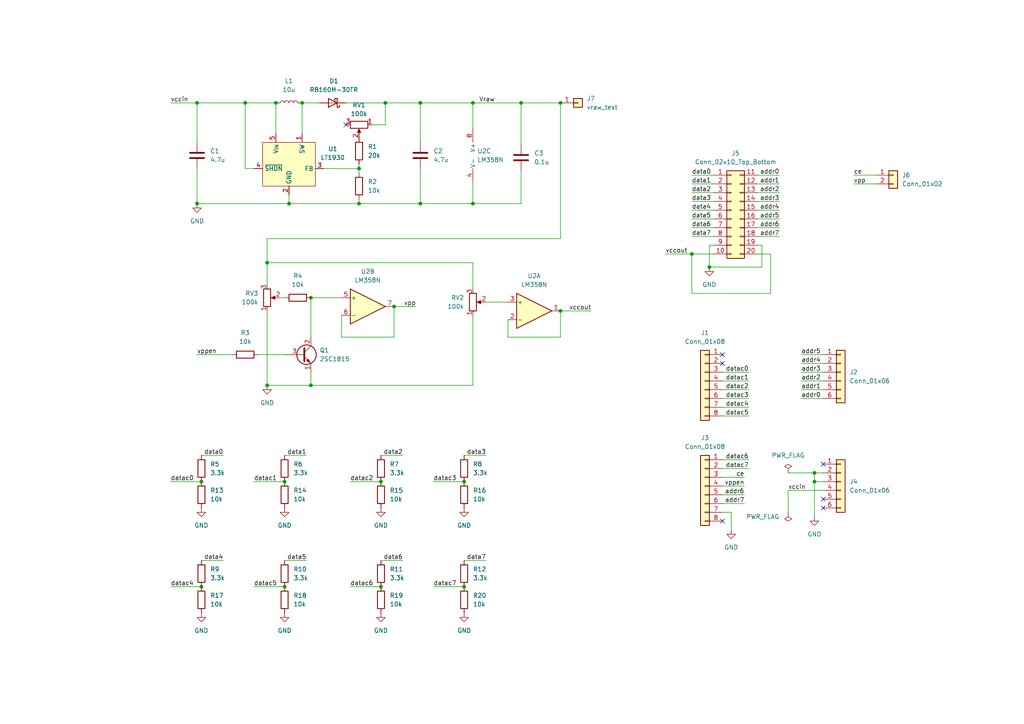
<source format=kicad_sch>
(kicad_sch (version 20211123) (generator eeschema)

  (uuid 72587f14-3879-4ab1-8ee7-30f0f8e50d93)

  (paper "A4")

  (title_block
    (title "EPROM Programming Shield")
    (rev "v1.1")
  )

  (lib_symbols
    (symbol "Amplifier_Operational:LM358" (pin_names (offset 0.127)) (in_bom yes) (on_board yes)
      (property "Reference" "U" (id 0) (at 0 5.08 0)
        (effects (font (size 1.27 1.27)) (justify left))
      )
      (property "Value" "LM358" (id 1) (at 0 -5.08 0)
        (effects (font (size 1.27 1.27)) (justify left))
      )
      (property "Footprint" "" (id 2) (at 0 0 0)
        (effects (font (size 1.27 1.27)) hide)
      )
      (property "Datasheet" "http://www.ti.com/lit/ds/symlink/lm2904-n.pdf" (id 3) (at 0 0 0)
        (effects (font (size 1.27 1.27)) hide)
      )
      (property "ki_locked" "" (id 4) (at 0 0 0)
        (effects (font (size 1.27 1.27)))
      )
      (property "ki_keywords" "dual opamp" (id 5) (at 0 0 0)
        (effects (font (size 1.27 1.27)) hide)
      )
      (property "ki_description" "Low-Power, Dual Operational Amplifiers, DIP-8/SOIC-8/TO-99-8" (id 6) (at 0 0 0)
        (effects (font (size 1.27 1.27)) hide)
      )
      (property "ki_fp_filters" "SOIC*3.9x4.9mm*P1.27mm* DIP*W7.62mm* TO*99* OnSemi*Micro8* TSSOP*3x3mm*P0.65mm* TSSOP*4.4x3mm*P0.65mm* MSOP*3x3mm*P0.65mm* SSOP*3.9x4.9mm*P0.635mm* LFCSP*2x2mm*P0.5mm* *SIP* SOIC*5.3x6.2mm*P1.27mm*" (id 7) (at 0 0 0)
        (effects (font (size 1.27 1.27)) hide)
      )
      (symbol "LM358_1_1"
        (polyline
          (pts
            (xy -5.08 5.08)
            (xy 5.08 0)
            (xy -5.08 -5.08)
            (xy -5.08 5.08)
          )
          (stroke (width 0.254) (type default) (color 0 0 0 0))
          (fill (type background))
        )
        (pin output line (at 7.62 0 180) (length 2.54)
          (name "~" (effects (font (size 1.27 1.27))))
          (number "1" (effects (font (size 1.27 1.27))))
        )
        (pin input line (at -7.62 -2.54 0) (length 2.54)
          (name "-" (effects (font (size 1.27 1.27))))
          (number "2" (effects (font (size 1.27 1.27))))
        )
        (pin input line (at -7.62 2.54 0) (length 2.54)
          (name "+" (effects (font (size 1.27 1.27))))
          (number "3" (effects (font (size 1.27 1.27))))
        )
      )
      (symbol "LM358_2_1"
        (polyline
          (pts
            (xy -5.08 5.08)
            (xy 5.08 0)
            (xy -5.08 -5.08)
            (xy -5.08 5.08)
          )
          (stroke (width 0.254) (type default) (color 0 0 0 0))
          (fill (type background))
        )
        (pin input line (at -7.62 2.54 0) (length 2.54)
          (name "+" (effects (font (size 1.27 1.27))))
          (number "5" (effects (font (size 1.27 1.27))))
        )
        (pin input line (at -7.62 -2.54 0) (length 2.54)
          (name "-" (effects (font (size 1.27 1.27))))
          (number "6" (effects (font (size 1.27 1.27))))
        )
        (pin output line (at 7.62 0 180) (length 2.54)
          (name "~" (effects (font (size 1.27 1.27))))
          (number "7" (effects (font (size 1.27 1.27))))
        )
      )
      (symbol "LM358_3_1"
        (pin power_in line (at -2.54 -7.62 90) (length 3.81)
          (name "V-" (effects (font (size 1.27 1.27))))
          (number "4" (effects (font (size 1.27 1.27))))
        )
        (pin power_in line (at -2.54 7.62 270) (length 3.81)
          (name "V+" (effects (font (size 1.27 1.27))))
          (number "8" (effects (font (size 1.27 1.27))))
        )
      )
    )
    (symbol "Connector_Generic:Conn_01x01" (pin_names (offset 1.016) hide) (in_bom yes) (on_board yes)
      (property "Reference" "J" (id 0) (at 0 2.54 0)
        (effects (font (size 1.27 1.27)))
      )
      (property "Value" "Conn_01x01" (id 1) (at 0 -2.54 0)
        (effects (font (size 1.27 1.27)))
      )
      (property "Footprint" "" (id 2) (at 0 0 0)
        (effects (font (size 1.27 1.27)) hide)
      )
      (property "Datasheet" "~" (id 3) (at 0 0 0)
        (effects (font (size 1.27 1.27)) hide)
      )
      (property "ki_keywords" "connector" (id 4) (at 0 0 0)
        (effects (font (size 1.27 1.27)) hide)
      )
      (property "ki_description" "Generic connector, single row, 01x01, script generated (kicad-library-utils/schlib/autogen/connector/)" (id 5) (at 0 0 0)
        (effects (font (size 1.27 1.27)) hide)
      )
      (property "ki_fp_filters" "Connector*:*_1x??_*" (id 6) (at 0 0 0)
        (effects (font (size 1.27 1.27)) hide)
      )
      (symbol "Conn_01x01_1_1"
        (rectangle (start -1.27 0.127) (end 0 -0.127)
          (stroke (width 0.1524) (type default) (color 0 0 0 0))
          (fill (type none))
        )
        (rectangle (start -1.27 1.27) (end 1.27 -1.27)
          (stroke (width 0.254) (type default) (color 0 0 0 0))
          (fill (type background))
        )
        (pin passive line (at -5.08 0 0) (length 3.81)
          (name "Pin_1" (effects (font (size 1.27 1.27))))
          (number "1" (effects (font (size 1.27 1.27))))
        )
      )
    )
    (symbol "Connector_Generic:Conn_01x02" (pin_names (offset 1.016) hide) (in_bom yes) (on_board yes)
      (property "Reference" "J" (id 0) (at 0 2.54 0)
        (effects (font (size 1.27 1.27)))
      )
      (property "Value" "Conn_01x02" (id 1) (at 0 -5.08 0)
        (effects (font (size 1.27 1.27)))
      )
      (property "Footprint" "" (id 2) (at 0 0 0)
        (effects (font (size 1.27 1.27)) hide)
      )
      (property "Datasheet" "~" (id 3) (at 0 0 0)
        (effects (font (size 1.27 1.27)) hide)
      )
      (property "ki_keywords" "connector" (id 4) (at 0 0 0)
        (effects (font (size 1.27 1.27)) hide)
      )
      (property "ki_description" "Generic connector, single row, 01x02, script generated (kicad-library-utils/schlib/autogen/connector/)" (id 5) (at 0 0 0)
        (effects (font (size 1.27 1.27)) hide)
      )
      (property "ki_fp_filters" "Connector*:*_1x??_*" (id 6) (at 0 0 0)
        (effects (font (size 1.27 1.27)) hide)
      )
      (symbol "Conn_01x02_1_1"
        (rectangle (start -1.27 -2.413) (end 0 -2.667)
          (stroke (width 0.1524) (type default) (color 0 0 0 0))
          (fill (type none))
        )
        (rectangle (start -1.27 0.127) (end 0 -0.127)
          (stroke (width 0.1524) (type default) (color 0 0 0 0))
          (fill (type none))
        )
        (rectangle (start -1.27 1.27) (end 1.27 -3.81)
          (stroke (width 0.254) (type default) (color 0 0 0 0))
          (fill (type background))
        )
        (pin passive line (at -5.08 0 0) (length 3.81)
          (name "Pin_1" (effects (font (size 1.27 1.27))))
          (number "1" (effects (font (size 1.27 1.27))))
        )
        (pin passive line (at -5.08 -2.54 0) (length 3.81)
          (name "Pin_2" (effects (font (size 1.27 1.27))))
          (number "2" (effects (font (size 1.27 1.27))))
        )
      )
    )
    (symbol "Connector_Generic:Conn_01x06" (pin_names (offset 1.016) hide) (in_bom yes) (on_board yes)
      (property "Reference" "J" (id 0) (at 0 7.62 0)
        (effects (font (size 1.27 1.27)))
      )
      (property "Value" "Conn_01x06" (id 1) (at 0 -10.16 0)
        (effects (font (size 1.27 1.27)))
      )
      (property "Footprint" "" (id 2) (at 0 0 0)
        (effects (font (size 1.27 1.27)) hide)
      )
      (property "Datasheet" "~" (id 3) (at 0 0 0)
        (effects (font (size 1.27 1.27)) hide)
      )
      (property "ki_keywords" "connector" (id 4) (at 0 0 0)
        (effects (font (size 1.27 1.27)) hide)
      )
      (property "ki_description" "Generic connector, single row, 01x06, script generated (kicad-library-utils/schlib/autogen/connector/)" (id 5) (at 0 0 0)
        (effects (font (size 1.27 1.27)) hide)
      )
      (property "ki_fp_filters" "Connector*:*_1x??_*" (id 6) (at 0 0 0)
        (effects (font (size 1.27 1.27)) hide)
      )
      (symbol "Conn_01x06_1_1"
        (rectangle (start -1.27 -7.493) (end 0 -7.747)
          (stroke (width 0.1524) (type default) (color 0 0 0 0))
          (fill (type none))
        )
        (rectangle (start -1.27 -4.953) (end 0 -5.207)
          (stroke (width 0.1524) (type default) (color 0 0 0 0))
          (fill (type none))
        )
        (rectangle (start -1.27 -2.413) (end 0 -2.667)
          (stroke (width 0.1524) (type default) (color 0 0 0 0))
          (fill (type none))
        )
        (rectangle (start -1.27 0.127) (end 0 -0.127)
          (stroke (width 0.1524) (type default) (color 0 0 0 0))
          (fill (type none))
        )
        (rectangle (start -1.27 2.667) (end 0 2.413)
          (stroke (width 0.1524) (type default) (color 0 0 0 0))
          (fill (type none))
        )
        (rectangle (start -1.27 5.207) (end 0 4.953)
          (stroke (width 0.1524) (type default) (color 0 0 0 0))
          (fill (type none))
        )
        (rectangle (start -1.27 6.35) (end 1.27 -8.89)
          (stroke (width 0.254) (type default) (color 0 0 0 0))
          (fill (type background))
        )
        (pin passive line (at -5.08 5.08 0) (length 3.81)
          (name "Pin_1" (effects (font (size 1.27 1.27))))
          (number "1" (effects (font (size 1.27 1.27))))
        )
        (pin passive line (at -5.08 2.54 0) (length 3.81)
          (name "Pin_2" (effects (font (size 1.27 1.27))))
          (number "2" (effects (font (size 1.27 1.27))))
        )
        (pin passive line (at -5.08 0 0) (length 3.81)
          (name "Pin_3" (effects (font (size 1.27 1.27))))
          (number "3" (effects (font (size 1.27 1.27))))
        )
        (pin passive line (at -5.08 -2.54 0) (length 3.81)
          (name "Pin_4" (effects (font (size 1.27 1.27))))
          (number "4" (effects (font (size 1.27 1.27))))
        )
        (pin passive line (at -5.08 -5.08 0) (length 3.81)
          (name "Pin_5" (effects (font (size 1.27 1.27))))
          (number "5" (effects (font (size 1.27 1.27))))
        )
        (pin passive line (at -5.08 -7.62 0) (length 3.81)
          (name "Pin_6" (effects (font (size 1.27 1.27))))
          (number "6" (effects (font (size 1.27 1.27))))
        )
      )
    )
    (symbol "Connector_Generic:Conn_01x08" (pin_names (offset 1.016) hide) (in_bom yes) (on_board yes)
      (property "Reference" "J" (id 0) (at 0 10.16 0)
        (effects (font (size 1.27 1.27)))
      )
      (property "Value" "Conn_01x08" (id 1) (at 0 -12.7 0)
        (effects (font (size 1.27 1.27)))
      )
      (property "Footprint" "" (id 2) (at 0 0 0)
        (effects (font (size 1.27 1.27)) hide)
      )
      (property "Datasheet" "~" (id 3) (at 0 0 0)
        (effects (font (size 1.27 1.27)) hide)
      )
      (property "ki_keywords" "connector" (id 4) (at 0 0 0)
        (effects (font (size 1.27 1.27)) hide)
      )
      (property "ki_description" "Generic connector, single row, 01x08, script generated (kicad-library-utils/schlib/autogen/connector/)" (id 5) (at 0 0 0)
        (effects (font (size 1.27 1.27)) hide)
      )
      (property "ki_fp_filters" "Connector*:*_1x??_*" (id 6) (at 0 0 0)
        (effects (font (size 1.27 1.27)) hide)
      )
      (symbol "Conn_01x08_1_1"
        (rectangle (start -1.27 -10.033) (end 0 -10.287)
          (stroke (width 0.1524) (type default) (color 0 0 0 0))
          (fill (type none))
        )
        (rectangle (start -1.27 -7.493) (end 0 -7.747)
          (stroke (width 0.1524) (type default) (color 0 0 0 0))
          (fill (type none))
        )
        (rectangle (start -1.27 -4.953) (end 0 -5.207)
          (stroke (width 0.1524) (type default) (color 0 0 0 0))
          (fill (type none))
        )
        (rectangle (start -1.27 -2.413) (end 0 -2.667)
          (stroke (width 0.1524) (type default) (color 0 0 0 0))
          (fill (type none))
        )
        (rectangle (start -1.27 0.127) (end 0 -0.127)
          (stroke (width 0.1524) (type default) (color 0 0 0 0))
          (fill (type none))
        )
        (rectangle (start -1.27 2.667) (end 0 2.413)
          (stroke (width 0.1524) (type default) (color 0 0 0 0))
          (fill (type none))
        )
        (rectangle (start -1.27 5.207) (end 0 4.953)
          (stroke (width 0.1524) (type default) (color 0 0 0 0))
          (fill (type none))
        )
        (rectangle (start -1.27 7.747) (end 0 7.493)
          (stroke (width 0.1524) (type default) (color 0 0 0 0))
          (fill (type none))
        )
        (rectangle (start -1.27 8.89) (end 1.27 -11.43)
          (stroke (width 0.254) (type default) (color 0 0 0 0))
          (fill (type background))
        )
        (pin passive line (at -5.08 7.62 0) (length 3.81)
          (name "Pin_1" (effects (font (size 1.27 1.27))))
          (number "1" (effects (font (size 1.27 1.27))))
        )
        (pin passive line (at -5.08 5.08 0) (length 3.81)
          (name "Pin_2" (effects (font (size 1.27 1.27))))
          (number "2" (effects (font (size 1.27 1.27))))
        )
        (pin passive line (at -5.08 2.54 0) (length 3.81)
          (name "Pin_3" (effects (font (size 1.27 1.27))))
          (number "3" (effects (font (size 1.27 1.27))))
        )
        (pin passive line (at -5.08 0 0) (length 3.81)
          (name "Pin_4" (effects (font (size 1.27 1.27))))
          (number "4" (effects (font (size 1.27 1.27))))
        )
        (pin passive line (at -5.08 -2.54 0) (length 3.81)
          (name "Pin_5" (effects (font (size 1.27 1.27))))
          (number "5" (effects (font (size 1.27 1.27))))
        )
        (pin passive line (at -5.08 -5.08 0) (length 3.81)
          (name "Pin_6" (effects (font (size 1.27 1.27))))
          (number "6" (effects (font (size 1.27 1.27))))
        )
        (pin passive line (at -5.08 -7.62 0) (length 3.81)
          (name "Pin_7" (effects (font (size 1.27 1.27))))
          (number "7" (effects (font (size 1.27 1.27))))
        )
        (pin passive line (at -5.08 -10.16 0) (length 3.81)
          (name "Pin_8" (effects (font (size 1.27 1.27))))
          (number "8" (effects (font (size 1.27 1.27))))
        )
      )
    )
    (symbol "Connector_Generic:Conn_02x10_Top_Bottom" (pin_names (offset 1.016) hide) (in_bom yes) (on_board yes)
      (property "Reference" "J" (id 0) (at 1.27 12.7 0)
        (effects (font (size 1.27 1.27)))
      )
      (property "Value" "Conn_02x10_Top_Bottom" (id 1) (at 1.27 -15.24 0)
        (effects (font (size 1.27 1.27)))
      )
      (property "Footprint" "" (id 2) (at 0 0 0)
        (effects (font (size 1.27 1.27)) hide)
      )
      (property "Datasheet" "~" (id 3) (at 0 0 0)
        (effects (font (size 1.27 1.27)) hide)
      )
      (property "ki_keywords" "connector" (id 4) (at 0 0 0)
        (effects (font (size 1.27 1.27)) hide)
      )
      (property "ki_description" "Generic connector, double row, 02x10, top/bottom pin numbering scheme (row 1: 1...pins_per_row, row2: pins_per_row+1 ... num_pins), script generated (kicad-library-utils/schlib/autogen/connector/)" (id 5) (at 0 0 0)
        (effects (font (size 1.27 1.27)) hide)
      )
      (property "ki_fp_filters" "Connector*:*_2x??_*" (id 6) (at 0 0 0)
        (effects (font (size 1.27 1.27)) hide)
      )
      (symbol "Conn_02x10_Top_Bottom_1_1"
        (rectangle (start -1.27 -12.573) (end 0 -12.827)
          (stroke (width 0.1524) (type default) (color 0 0 0 0))
          (fill (type none))
        )
        (rectangle (start -1.27 -10.033) (end 0 -10.287)
          (stroke (width 0.1524) (type default) (color 0 0 0 0))
          (fill (type none))
        )
        (rectangle (start -1.27 -7.493) (end 0 -7.747)
          (stroke (width 0.1524) (type default) (color 0 0 0 0))
          (fill (type none))
        )
        (rectangle (start -1.27 -4.953) (end 0 -5.207)
          (stroke (width 0.1524) (type default) (color 0 0 0 0))
          (fill (type none))
        )
        (rectangle (start -1.27 -2.413) (end 0 -2.667)
          (stroke (width 0.1524) (type default) (color 0 0 0 0))
          (fill (type none))
        )
        (rectangle (start -1.27 0.127) (end 0 -0.127)
          (stroke (width 0.1524) (type default) (color 0 0 0 0))
          (fill (type none))
        )
        (rectangle (start -1.27 2.667) (end 0 2.413)
          (stroke (width 0.1524) (type default) (color 0 0 0 0))
          (fill (type none))
        )
        (rectangle (start -1.27 5.207) (end 0 4.953)
          (stroke (width 0.1524) (type default) (color 0 0 0 0))
          (fill (type none))
        )
        (rectangle (start -1.27 7.747) (end 0 7.493)
          (stroke (width 0.1524) (type default) (color 0 0 0 0))
          (fill (type none))
        )
        (rectangle (start -1.27 10.287) (end 0 10.033)
          (stroke (width 0.1524) (type default) (color 0 0 0 0))
          (fill (type none))
        )
        (rectangle (start -1.27 11.43) (end 3.81 -13.97)
          (stroke (width 0.254) (type default) (color 0 0 0 0))
          (fill (type background))
        )
        (rectangle (start 3.81 -12.573) (end 2.54 -12.827)
          (stroke (width 0.1524) (type default) (color 0 0 0 0))
          (fill (type none))
        )
        (rectangle (start 3.81 -10.033) (end 2.54 -10.287)
          (stroke (width 0.1524) (type default) (color 0 0 0 0))
          (fill (type none))
        )
        (rectangle (start 3.81 -7.493) (end 2.54 -7.747)
          (stroke (width 0.1524) (type default) (color 0 0 0 0))
          (fill (type none))
        )
        (rectangle (start 3.81 -4.953) (end 2.54 -5.207)
          (stroke (width 0.1524) (type default) (color 0 0 0 0))
          (fill (type none))
        )
        (rectangle (start 3.81 -2.413) (end 2.54 -2.667)
          (stroke (width 0.1524) (type default) (color 0 0 0 0))
          (fill (type none))
        )
        (rectangle (start 3.81 0.127) (end 2.54 -0.127)
          (stroke (width 0.1524) (type default) (color 0 0 0 0))
          (fill (type none))
        )
        (rectangle (start 3.81 2.667) (end 2.54 2.413)
          (stroke (width 0.1524) (type default) (color 0 0 0 0))
          (fill (type none))
        )
        (rectangle (start 3.81 5.207) (end 2.54 4.953)
          (stroke (width 0.1524) (type default) (color 0 0 0 0))
          (fill (type none))
        )
        (rectangle (start 3.81 7.747) (end 2.54 7.493)
          (stroke (width 0.1524) (type default) (color 0 0 0 0))
          (fill (type none))
        )
        (rectangle (start 3.81 10.287) (end 2.54 10.033)
          (stroke (width 0.1524) (type default) (color 0 0 0 0))
          (fill (type none))
        )
        (pin passive line (at -5.08 10.16 0) (length 3.81)
          (name "Pin_1" (effects (font (size 1.27 1.27))))
          (number "1" (effects (font (size 1.27 1.27))))
        )
        (pin passive line (at -5.08 -12.7 0) (length 3.81)
          (name "Pin_10" (effects (font (size 1.27 1.27))))
          (number "10" (effects (font (size 1.27 1.27))))
        )
        (pin passive line (at 7.62 10.16 180) (length 3.81)
          (name "Pin_11" (effects (font (size 1.27 1.27))))
          (number "11" (effects (font (size 1.27 1.27))))
        )
        (pin passive line (at 7.62 7.62 180) (length 3.81)
          (name "Pin_12" (effects (font (size 1.27 1.27))))
          (number "12" (effects (font (size 1.27 1.27))))
        )
        (pin passive line (at 7.62 5.08 180) (length 3.81)
          (name "Pin_13" (effects (font (size 1.27 1.27))))
          (number "13" (effects (font (size 1.27 1.27))))
        )
        (pin passive line (at 7.62 2.54 180) (length 3.81)
          (name "Pin_14" (effects (font (size 1.27 1.27))))
          (number "14" (effects (font (size 1.27 1.27))))
        )
        (pin passive line (at 7.62 0 180) (length 3.81)
          (name "Pin_15" (effects (font (size 1.27 1.27))))
          (number "15" (effects (font (size 1.27 1.27))))
        )
        (pin passive line (at 7.62 -2.54 180) (length 3.81)
          (name "Pin_16" (effects (font (size 1.27 1.27))))
          (number "16" (effects (font (size 1.27 1.27))))
        )
        (pin passive line (at 7.62 -5.08 180) (length 3.81)
          (name "Pin_17" (effects (font (size 1.27 1.27))))
          (number "17" (effects (font (size 1.27 1.27))))
        )
        (pin passive line (at 7.62 -7.62 180) (length 3.81)
          (name "Pin_18" (effects (font (size 1.27 1.27))))
          (number "18" (effects (font (size 1.27 1.27))))
        )
        (pin passive line (at 7.62 -10.16 180) (length 3.81)
          (name "Pin_19" (effects (font (size 1.27 1.27))))
          (number "19" (effects (font (size 1.27 1.27))))
        )
        (pin passive line (at -5.08 7.62 0) (length 3.81)
          (name "Pin_2" (effects (font (size 1.27 1.27))))
          (number "2" (effects (font (size 1.27 1.27))))
        )
        (pin passive line (at 7.62 -12.7 180) (length 3.81)
          (name "Pin_20" (effects (font (size 1.27 1.27))))
          (number "20" (effects (font (size 1.27 1.27))))
        )
        (pin passive line (at -5.08 5.08 0) (length 3.81)
          (name "Pin_3" (effects (font (size 1.27 1.27))))
          (number "3" (effects (font (size 1.27 1.27))))
        )
        (pin passive line (at -5.08 2.54 0) (length 3.81)
          (name "Pin_4" (effects (font (size 1.27 1.27))))
          (number "4" (effects (font (size 1.27 1.27))))
        )
        (pin passive line (at -5.08 0 0) (length 3.81)
          (name "Pin_5" (effects (font (size 1.27 1.27))))
          (number "5" (effects (font (size 1.27 1.27))))
        )
        (pin passive line (at -5.08 -2.54 0) (length 3.81)
          (name "Pin_6" (effects (font (size 1.27 1.27))))
          (number "6" (effects (font (size 1.27 1.27))))
        )
        (pin passive line (at -5.08 -5.08 0) (length 3.81)
          (name "Pin_7" (effects (font (size 1.27 1.27))))
          (number "7" (effects (font (size 1.27 1.27))))
        )
        (pin passive line (at -5.08 -7.62 0) (length 3.81)
          (name "Pin_8" (effects (font (size 1.27 1.27))))
          (number "8" (effects (font (size 1.27 1.27))))
        )
        (pin passive line (at -5.08 -10.16 0) (length 3.81)
          (name "Pin_9" (effects (font (size 1.27 1.27))))
          (number "9" (effects (font (size 1.27 1.27))))
        )
      )
    )
    (symbol "Device:C" (pin_numbers hide) (pin_names (offset 0.254)) (in_bom yes) (on_board yes)
      (property "Reference" "C" (id 0) (at 0.635 2.54 0)
        (effects (font (size 1.27 1.27)) (justify left))
      )
      (property "Value" "C" (id 1) (at 0.635 -2.54 0)
        (effects (font (size 1.27 1.27)) (justify left))
      )
      (property "Footprint" "" (id 2) (at 0.9652 -3.81 0)
        (effects (font (size 1.27 1.27)) hide)
      )
      (property "Datasheet" "~" (id 3) (at 0 0 0)
        (effects (font (size 1.27 1.27)) hide)
      )
      (property "ki_keywords" "cap capacitor" (id 4) (at 0 0 0)
        (effects (font (size 1.27 1.27)) hide)
      )
      (property "ki_description" "Unpolarized capacitor" (id 5) (at 0 0 0)
        (effects (font (size 1.27 1.27)) hide)
      )
      (property "ki_fp_filters" "C_*" (id 6) (at 0 0 0)
        (effects (font (size 1.27 1.27)) hide)
      )
      (symbol "C_0_1"
        (polyline
          (pts
            (xy -2.032 -0.762)
            (xy 2.032 -0.762)
          )
          (stroke (width 0.508) (type default) (color 0 0 0 0))
          (fill (type none))
        )
        (polyline
          (pts
            (xy -2.032 0.762)
            (xy 2.032 0.762)
          )
          (stroke (width 0.508) (type default) (color 0 0 0 0))
          (fill (type none))
        )
      )
      (symbol "C_1_1"
        (pin passive line (at 0 3.81 270) (length 2.794)
          (name "~" (effects (font (size 1.27 1.27))))
          (number "1" (effects (font (size 1.27 1.27))))
        )
        (pin passive line (at 0 -3.81 90) (length 2.794)
          (name "~" (effects (font (size 1.27 1.27))))
          (number "2" (effects (font (size 1.27 1.27))))
        )
      )
    )
    (symbol "Device:D_Schottky" (pin_numbers hide) (pin_names (offset 1.016) hide) (in_bom yes) (on_board yes)
      (property "Reference" "D" (id 0) (at 0 2.54 0)
        (effects (font (size 1.27 1.27)))
      )
      (property "Value" "D_Schottky" (id 1) (at 0 -2.54 0)
        (effects (font (size 1.27 1.27)))
      )
      (property "Footprint" "" (id 2) (at 0 0 0)
        (effects (font (size 1.27 1.27)) hide)
      )
      (property "Datasheet" "~" (id 3) (at 0 0 0)
        (effects (font (size 1.27 1.27)) hide)
      )
      (property "ki_keywords" "diode Schottky" (id 4) (at 0 0 0)
        (effects (font (size 1.27 1.27)) hide)
      )
      (property "ki_description" "Schottky diode" (id 5) (at 0 0 0)
        (effects (font (size 1.27 1.27)) hide)
      )
      (property "ki_fp_filters" "TO-???* *_Diode_* *SingleDiode* D_*" (id 6) (at 0 0 0)
        (effects (font (size 1.27 1.27)) hide)
      )
      (symbol "D_Schottky_0_1"
        (polyline
          (pts
            (xy 1.27 0)
            (xy -1.27 0)
          )
          (stroke (width 0) (type default) (color 0 0 0 0))
          (fill (type none))
        )
        (polyline
          (pts
            (xy 1.27 1.27)
            (xy 1.27 -1.27)
            (xy -1.27 0)
            (xy 1.27 1.27)
          )
          (stroke (width 0.254) (type default) (color 0 0 0 0))
          (fill (type none))
        )
        (polyline
          (pts
            (xy -1.905 0.635)
            (xy -1.905 1.27)
            (xy -1.27 1.27)
            (xy -1.27 -1.27)
            (xy -0.635 -1.27)
            (xy -0.635 -0.635)
          )
          (stroke (width 0.254) (type default) (color 0 0 0 0))
          (fill (type none))
        )
      )
      (symbol "D_Schottky_1_1"
        (pin passive line (at -3.81 0 0) (length 2.54)
          (name "K" (effects (font (size 1.27 1.27))))
          (number "1" (effects (font (size 1.27 1.27))))
        )
        (pin passive line (at 3.81 0 180) (length 2.54)
          (name "A" (effects (font (size 1.27 1.27))))
          (number "2" (effects (font (size 1.27 1.27))))
        )
      )
    )
    (symbol "Device:L" (pin_numbers hide) (pin_names (offset 1.016) hide) (in_bom yes) (on_board yes)
      (property "Reference" "L" (id 0) (at -1.27 0 90)
        (effects (font (size 1.27 1.27)))
      )
      (property "Value" "L" (id 1) (at 1.905 0 90)
        (effects (font (size 1.27 1.27)))
      )
      (property "Footprint" "" (id 2) (at 0 0 0)
        (effects (font (size 1.27 1.27)) hide)
      )
      (property "Datasheet" "~" (id 3) (at 0 0 0)
        (effects (font (size 1.27 1.27)) hide)
      )
      (property "ki_keywords" "inductor choke coil reactor magnetic" (id 4) (at 0 0 0)
        (effects (font (size 1.27 1.27)) hide)
      )
      (property "ki_description" "Inductor" (id 5) (at 0 0 0)
        (effects (font (size 1.27 1.27)) hide)
      )
      (property "ki_fp_filters" "Choke_* *Coil* Inductor_* L_*" (id 6) (at 0 0 0)
        (effects (font (size 1.27 1.27)) hide)
      )
      (symbol "L_0_1"
        (arc (start 0 -2.54) (mid 0.635 -1.905) (end 0 -1.27)
          (stroke (width 0) (type default) (color 0 0 0 0))
          (fill (type none))
        )
        (arc (start 0 -1.27) (mid 0.635 -0.635) (end 0 0)
          (stroke (width 0) (type default) (color 0 0 0 0))
          (fill (type none))
        )
        (arc (start 0 0) (mid 0.635 0.635) (end 0 1.27)
          (stroke (width 0) (type default) (color 0 0 0 0))
          (fill (type none))
        )
        (arc (start 0 1.27) (mid 0.635 1.905) (end 0 2.54)
          (stroke (width 0) (type default) (color 0 0 0 0))
          (fill (type none))
        )
      )
      (symbol "L_1_1"
        (pin passive line (at 0 3.81 270) (length 1.27)
          (name "1" (effects (font (size 1.27 1.27))))
          (number "1" (effects (font (size 1.27 1.27))))
        )
        (pin passive line (at 0 -3.81 90) (length 1.27)
          (name "2" (effects (font (size 1.27 1.27))))
          (number "2" (effects (font (size 1.27 1.27))))
        )
      )
    )
    (symbol "Device:Q_NPN_ECB" (pin_names (offset 0) hide) (in_bom yes) (on_board yes)
      (property "Reference" "Q" (id 0) (at 5.08 1.27 0)
        (effects (font (size 1.27 1.27)) (justify left))
      )
      (property "Value" "Q_NPN_ECB" (id 1) (at 5.08 -1.27 0)
        (effects (font (size 1.27 1.27)) (justify left))
      )
      (property "Footprint" "" (id 2) (at 5.08 2.54 0)
        (effects (font (size 1.27 1.27)) hide)
      )
      (property "Datasheet" "~" (id 3) (at 0 0 0)
        (effects (font (size 1.27 1.27)) hide)
      )
      (property "ki_keywords" "transistor NPN" (id 4) (at 0 0 0)
        (effects (font (size 1.27 1.27)) hide)
      )
      (property "ki_description" "NPN transistor, emitter/collector/base" (id 5) (at 0 0 0)
        (effects (font (size 1.27 1.27)) hide)
      )
      (symbol "Q_NPN_ECB_0_1"
        (polyline
          (pts
            (xy 0.635 0.635)
            (xy 2.54 2.54)
          )
          (stroke (width 0) (type default) (color 0 0 0 0))
          (fill (type none))
        )
        (polyline
          (pts
            (xy 0.635 -0.635)
            (xy 2.54 -2.54)
            (xy 2.54 -2.54)
          )
          (stroke (width 0) (type default) (color 0 0 0 0))
          (fill (type none))
        )
        (polyline
          (pts
            (xy 0.635 1.905)
            (xy 0.635 -1.905)
            (xy 0.635 -1.905)
          )
          (stroke (width 0.508) (type default) (color 0 0 0 0))
          (fill (type none))
        )
        (polyline
          (pts
            (xy 1.27 -1.778)
            (xy 1.778 -1.27)
            (xy 2.286 -2.286)
            (xy 1.27 -1.778)
            (xy 1.27 -1.778)
          )
          (stroke (width 0) (type default) (color 0 0 0 0))
          (fill (type outline))
        )
        (circle (center 1.27 0) (radius 2.8194)
          (stroke (width 0.254) (type default) (color 0 0 0 0))
          (fill (type none))
        )
      )
      (symbol "Q_NPN_ECB_1_1"
        (pin passive line (at 2.54 -5.08 90) (length 2.54)
          (name "E" (effects (font (size 1.27 1.27))))
          (number "1" (effects (font (size 1.27 1.27))))
        )
        (pin passive line (at 2.54 5.08 270) (length 2.54)
          (name "C" (effects (font (size 1.27 1.27))))
          (number "2" (effects (font (size 1.27 1.27))))
        )
        (pin passive line (at -5.08 0 0) (length 5.715)
          (name "B" (effects (font (size 1.27 1.27))))
          (number "3" (effects (font (size 1.27 1.27))))
        )
      )
    )
    (symbol "Device:R" (pin_numbers hide) (pin_names (offset 0)) (in_bom yes) (on_board yes)
      (property "Reference" "R" (id 0) (at 2.032 0 90)
        (effects (font (size 1.27 1.27)))
      )
      (property "Value" "R" (id 1) (at 0 0 90)
        (effects (font (size 1.27 1.27)))
      )
      (property "Footprint" "" (id 2) (at -1.778 0 90)
        (effects (font (size 1.27 1.27)) hide)
      )
      (property "Datasheet" "~" (id 3) (at 0 0 0)
        (effects (font (size 1.27 1.27)) hide)
      )
      (property "ki_keywords" "R res resistor" (id 4) (at 0 0 0)
        (effects (font (size 1.27 1.27)) hide)
      )
      (property "ki_description" "Resistor" (id 5) (at 0 0 0)
        (effects (font (size 1.27 1.27)) hide)
      )
      (property "ki_fp_filters" "R_*" (id 6) (at 0 0 0)
        (effects (font (size 1.27 1.27)) hide)
      )
      (symbol "R_0_1"
        (rectangle (start -1.016 -2.54) (end 1.016 2.54)
          (stroke (width 0.254) (type default) (color 0 0 0 0))
          (fill (type none))
        )
      )
      (symbol "R_1_1"
        (pin passive line (at 0 3.81 270) (length 1.27)
          (name "~" (effects (font (size 1.27 1.27))))
          (number "1" (effects (font (size 1.27 1.27))))
        )
        (pin passive line (at 0 -3.81 90) (length 1.27)
          (name "~" (effects (font (size 1.27 1.27))))
          (number "2" (effects (font (size 1.27 1.27))))
        )
      )
    )
    (symbol "Device:R_Potentiometer" (pin_names (offset 1.016) hide) (in_bom yes) (on_board yes)
      (property "Reference" "RV" (id 0) (at -4.445 0 90)
        (effects (font (size 1.27 1.27)))
      )
      (property "Value" "R_Potentiometer" (id 1) (at -2.54 0 90)
        (effects (font (size 1.27 1.27)))
      )
      (property "Footprint" "" (id 2) (at 0 0 0)
        (effects (font (size 1.27 1.27)) hide)
      )
      (property "Datasheet" "~" (id 3) (at 0 0 0)
        (effects (font (size 1.27 1.27)) hide)
      )
      (property "ki_keywords" "resistor variable" (id 4) (at 0 0 0)
        (effects (font (size 1.27 1.27)) hide)
      )
      (property "ki_description" "Potentiometer" (id 5) (at 0 0 0)
        (effects (font (size 1.27 1.27)) hide)
      )
      (property "ki_fp_filters" "Potentiometer*" (id 6) (at 0 0 0)
        (effects (font (size 1.27 1.27)) hide)
      )
      (symbol "R_Potentiometer_0_1"
        (polyline
          (pts
            (xy 2.54 0)
            (xy 1.524 0)
          )
          (stroke (width 0) (type default) (color 0 0 0 0))
          (fill (type none))
        )
        (polyline
          (pts
            (xy 1.143 0)
            (xy 2.286 0.508)
            (xy 2.286 -0.508)
            (xy 1.143 0)
          )
          (stroke (width 0) (type default) (color 0 0 0 0))
          (fill (type outline))
        )
        (rectangle (start 1.016 2.54) (end -1.016 -2.54)
          (stroke (width 0.254) (type default) (color 0 0 0 0))
          (fill (type none))
        )
      )
      (symbol "R_Potentiometer_1_1"
        (pin passive line (at 0 3.81 270) (length 1.27)
          (name "1" (effects (font (size 1.27 1.27))))
          (number "1" (effects (font (size 1.27 1.27))))
        )
        (pin passive line (at 3.81 0 180) (length 1.27)
          (name "2" (effects (font (size 1.27 1.27))))
          (number "2" (effects (font (size 1.27 1.27))))
        )
        (pin passive line (at 0 -3.81 90) (length 1.27)
          (name "3" (effects (font (size 1.27 1.27))))
          (number "3" (effects (font (size 1.27 1.27))))
        )
      )
    )
    (symbol "MyLibrary:LT1930" (in_bom yes) (on_board yes)
      (property "Reference" "U" (id 0) (at -12.7 -6.35 0)
        (effects (font (size 1.27 1.27)))
      )
      (property "Value" "LT1930" (id 1) (at -12.7 -8.89 0)
        (effects (font (size 1.27 1.27)))
      )
      (property "Footprint" "" (id 2) (at -3.81 0 0)
        (effects (font (size 1.27 1.27)) hide)
      )
      (property "Datasheet" "" (id 3) (at -3.81 0 0)
        (effects (font (size 1.27 1.27)) hide)
      )
      (symbol "LT1930_0_1"
        (rectangle (start -7.62 5.08) (end 7.62 -7.62)
          (stroke (width 0) (type default) (color 0 0 0 0))
          (fill (type background))
        )
      )
      (symbol "LT1930_1_1"
        (pin power_out line (at 3.81 7.62 270) (length 2.54)
          (name "SW" (effects (font (size 1.27 1.27))))
          (number "1" (effects (font (size 1.27 1.27))))
        )
        (pin power_in line (at 0 -10.16 90) (length 2.54)
          (name "GND" (effects (font (size 1.27 1.27))))
          (number "2" (effects (font (size 1.27 1.27))))
        )
        (pin input line (at 10.16 -2.54 180) (length 2.54)
          (name "FB" (effects (font (size 1.27 1.27))))
          (number "3" (effects (font (size 1.27 1.27))))
        )
        (pin input line (at -10.16 -2.54 0) (length 2.54)
          (name "~{SHDN}" (effects (font (size 1.27 1.27))))
          (number "4" (effects (font (size 1.27 1.27))))
        )
        (pin power_in line (at -3.81 7.62 270) (length 2.54)
          (name "V_{IN}" (effects (font (size 1.27 1.27))))
          (number "5" (effects (font (size 1.27 1.27))))
        )
      )
    )
    (symbol "power:GND" (power) (pin_names (offset 0)) (in_bom yes) (on_board yes)
      (property "Reference" "#PWR" (id 0) (at 0 -6.35 0)
        (effects (font (size 1.27 1.27)) hide)
      )
      (property "Value" "GND" (id 1) (at 0 -3.81 0)
        (effects (font (size 1.27 1.27)))
      )
      (property "Footprint" "" (id 2) (at 0 0 0)
        (effects (font (size 1.27 1.27)) hide)
      )
      (property "Datasheet" "" (id 3) (at 0 0 0)
        (effects (font (size 1.27 1.27)) hide)
      )
      (property "ki_keywords" "power-flag" (id 4) (at 0 0 0)
        (effects (font (size 1.27 1.27)) hide)
      )
      (property "ki_description" "Power symbol creates a global label with name \"GND\" , ground" (id 5) (at 0 0 0)
        (effects (font (size 1.27 1.27)) hide)
      )
      (symbol "GND_0_1"
        (polyline
          (pts
            (xy 0 0)
            (xy 0 -1.27)
            (xy 1.27 -1.27)
            (xy 0 -2.54)
            (xy -1.27 -1.27)
            (xy 0 -1.27)
          )
          (stroke (width 0) (type default) (color 0 0 0 0))
          (fill (type none))
        )
      )
      (symbol "GND_1_1"
        (pin power_in line (at 0 0 270) (length 0) hide
          (name "GND" (effects (font (size 1.27 1.27))))
          (number "1" (effects (font (size 1.27 1.27))))
        )
      )
    )
    (symbol "power:PWR_FLAG" (power) (pin_numbers hide) (pin_names (offset 0) hide) (in_bom yes) (on_board yes)
      (property "Reference" "#FLG" (id 0) (at 0 1.905 0)
        (effects (font (size 1.27 1.27)) hide)
      )
      (property "Value" "PWR_FLAG" (id 1) (at 0 3.81 0)
        (effects (font (size 1.27 1.27)))
      )
      (property "Footprint" "" (id 2) (at 0 0 0)
        (effects (font (size 1.27 1.27)) hide)
      )
      (property "Datasheet" "~" (id 3) (at 0 0 0)
        (effects (font (size 1.27 1.27)) hide)
      )
      (property "ki_keywords" "power-flag" (id 4) (at 0 0 0)
        (effects (font (size 1.27 1.27)) hide)
      )
      (property "ki_description" "Special symbol for telling ERC where power comes from" (id 5) (at 0 0 0)
        (effects (font (size 1.27 1.27)) hide)
      )
      (symbol "PWR_FLAG_0_0"
        (pin power_out line (at 0 0 90) (length 0)
          (name "pwr" (effects (font (size 1.27 1.27))))
          (number "1" (effects (font (size 1.27 1.27))))
        )
      )
      (symbol "PWR_FLAG_0_1"
        (polyline
          (pts
            (xy 0 0)
            (xy 0 1.27)
            (xy -1.016 1.905)
            (xy 0 2.54)
            (xy 1.016 1.905)
            (xy 0 1.27)
          )
          (stroke (width 0) (type default) (color 0 0 0 0))
          (fill (type none))
        )
      )
    )
  )

  (junction (at 121.92 59.055) (diameter 0) (color 0 0 0 0)
    (uuid 04b6e096-a911-44ae-9e10-ae475098768f)
  )
  (junction (at 90.17 111.76) (diameter 0) (color 0 0 0 0)
    (uuid 0b74f0ed-fd0f-47cc-a98d-90d5521842bc)
  )
  (junction (at 90.17 86.36) (diameter 0) (color 0 0 0 0)
    (uuid 1d7890f2-f49b-4081-81d3-7afd43e4e0eb)
  )
  (junction (at 104.14 48.895) (diameter 0) (color 0 0 0 0)
    (uuid 256d737c-9b3b-4fb5-b38f-5b3fa5de453a)
  )
  (junction (at 58.42 170.18) (diameter 0) (color 0 0 0 0)
    (uuid 26a24e0b-2b59-4a97-8d83-2f42041994b5)
  )
  (junction (at 162.56 29.845) (diameter 0) (color 0 0 0 0)
    (uuid 2efdae99-8690-4a24-a443-8be24ac43b6c)
  )
  (junction (at 110.49 170.18) (diameter 0) (color 0 0 0 0)
    (uuid 357a558e-4739-43f9-99a4-edad787c04bd)
  )
  (junction (at 58.42 139.7) (diameter 0) (color 0 0 0 0)
    (uuid 370d8bff-1682-4a02-b70a-b4963ab10419)
  )
  (junction (at 110.49 139.7) (diameter 0) (color 0 0 0 0)
    (uuid 436573ce-e5b3-4ab9-bfc1-69bf12c151f0)
  )
  (junction (at 151.13 29.845) (diameter 0) (color 0 0 0 0)
    (uuid 437d12c6-d9d9-47c6-be07-2c89ccf18aa1)
  )
  (junction (at 83.82 59.055) (diameter 0) (color 0 0 0 0)
    (uuid 4c93b3ca-5683-4cd8-afe1-4de34b32173a)
  )
  (junction (at 57.15 29.845) (diameter 0) (color 0 0 0 0)
    (uuid 4c949792-1389-4b1a-9b70-236b6ec838e2)
  )
  (junction (at 82.55 139.7) (diameter 0) (color 0 0 0 0)
    (uuid 5334cc31-e0f9-47d6-ae65-90001fa3a7bd)
  )
  (junction (at 205.74 77.47) (diameter 0) (color 0 0 0 0)
    (uuid 5c070ac5-0415-485b-b555-12a301aaaa59)
  )
  (junction (at 82.55 170.18) (diameter 0) (color 0 0 0 0)
    (uuid 5e0c74c9-2230-4249-a5f2-d4e6b84540e9)
  )
  (junction (at 104.14 59.055) (diameter 0) (color 0 0 0 0)
    (uuid 75c4b379-855b-42d2-8bb1-b31fdb4f3922)
  )
  (junction (at 121.92 29.845) (diameter 0) (color 0 0 0 0)
    (uuid 7a93b4f7-bbee-42bc-bb48-05087cffe2dc)
  )
  (junction (at 71.12 29.845) (diameter 0) (color 0 0 0 0)
    (uuid 7c4d4518-6d34-4201-8111-34a289424ac8)
  )
  (junction (at 162.56 90.17) (diameter 0) (color 0 0 0 0)
    (uuid 80fb4395-867c-4599-88ed-e241999974c8)
  )
  (junction (at 200.66 73.66) (diameter 0) (color 0 0 0 0)
    (uuid 87bf3565-0e58-4492-afc2-abf6c2640264)
  )
  (junction (at 137.16 59.055) (diameter 0) (color 0 0 0 0)
    (uuid 8e48cdcb-4310-470e-9cb3-553d58904a92)
  )
  (junction (at 80.01 29.845) (diameter 0) (color 0 0 0 0)
    (uuid a5741158-55c2-4eb7-8ae6-eee32119923d)
  )
  (junction (at 236.22 137.16) (diameter 0) (color 0 0 0 0)
    (uuid b4839cf7-915f-4c3a-9fec-7fedef1a70be)
  )
  (junction (at 111.76 29.845) (diameter 0) (color 0 0 0 0)
    (uuid b99a43f0-bb1b-4fb6-bdc2-0043a14e9cef)
  )
  (junction (at 236.22 139.7) (diameter 0) (color 0 0 0 0)
    (uuid c1231a8b-84b7-4682-b56d-b7393bbdcf8b)
  )
  (junction (at 134.62 139.7) (diameter 0) (color 0 0 0 0)
    (uuid c2dbda32-097f-4be1-a2ef-443df9a75cf0)
  )
  (junction (at 87.63 29.845) (diameter 0) (color 0 0 0 0)
    (uuid c4614116-4193-4686-ba27-dfddc856efdd)
  )
  (junction (at 57.15 59.055) (diameter 0) (color 0 0 0 0)
    (uuid cb5370f8-6fd5-4a52-9a73-c38d179d7af9)
  )
  (junction (at 77.47 76.2) (diameter 0) (color 0 0 0 0)
    (uuid d20ec0f4-68ea-4c51-bce1-5e8b23493815)
  )
  (junction (at 134.62 170.18) (diameter 0) (color 0 0 0 0)
    (uuid d2b5fb68-019f-48d9-93f9-e329c1e102df)
  )
  (junction (at 114.3 88.9) (diameter 0) (color 0 0 0 0)
    (uuid d91c034f-821f-4293-b29d-764dbdb9d98d)
  )
  (junction (at 77.47 111.76) (diameter 0) (color 0 0 0 0)
    (uuid dbf4562a-0fef-4225-b4b0-84d2584be843)
  )
  (junction (at 137.16 29.845) (diameter 0) (color 0 0 0 0)
    (uuid de503ec3-d1f8-42c0-819d-d853cbcd0fce)
  )

  (no_connect (at 209.55 105.41) (uuid 853d8b3f-e7e0-496d-a312-f04c7048e42f))
  (no_connect (at 209.55 102.87) (uuid 853d8b3f-e7e0-496d-a312-f04c7048e430))
  (no_connect (at 238.76 134.62) (uuid 853d8b3f-e7e0-496d-a312-f04c7048e431))
  (no_connect (at 238.76 144.78) (uuid 853d8b3f-e7e0-496d-a312-f04c7048e432))
  (no_connect (at 238.76 147.32) (uuid 853d8b3f-e7e0-496d-a312-f04c7048e433))
  (no_connect (at 209.55 151.13) (uuid 853d8b3f-e7e0-496d-a312-f04c7048e434))
  (no_connect (at 100.33 36.195) (uuid 8a403a28-20a0-4156-8a82-9537ee32ea47))

  (wire (pts (xy 101.6 170.18) (xy 110.49 170.18))
    (stroke (width 0) (type default) (color 0 0 0 0))
    (uuid 004d9e09-3edd-4181-a7e3-52639cb8ecfe)
  )
  (wire (pts (xy 137.16 29.845) (xy 137.16 37.465))
    (stroke (width 0) (type default) (color 0 0 0 0))
    (uuid 0153e4b1-1acb-434a-870b-a7d1071ded61)
  )
  (wire (pts (xy 125.73 170.18) (xy 134.62 170.18))
    (stroke (width 0) (type default) (color 0 0 0 0))
    (uuid 02285c60-c78a-4d50-94a8-9ceed9b45bd1)
  )
  (wire (pts (xy 57.15 59.055) (xy 83.82 59.055))
    (stroke (width 0) (type default) (color 0 0 0 0))
    (uuid 05f2bf24-1be4-435e-8918-6c206872227a)
  )
  (wire (pts (xy 73.66 139.7) (xy 82.55 139.7))
    (stroke (width 0) (type default) (color 0 0 0 0))
    (uuid 0667b57b-3db4-42e1-b996-7e54777138b9)
  )
  (wire (pts (xy 219.71 66.04) (xy 226.06 66.04))
    (stroke (width 0) (type default) (color 0 0 0 0))
    (uuid 08c9fb3a-987c-44fb-95be-3a52bb335067)
  )
  (wire (pts (xy 209.55 135.89) (xy 217.17 135.89))
    (stroke (width 0) (type default) (color 0 0 0 0))
    (uuid 08d7fd59-c3ff-43bb-a0af-4a05760a2948)
  )
  (wire (pts (xy 209.55 143.51) (xy 215.9 143.51))
    (stroke (width 0) (type default) (color 0 0 0 0))
    (uuid 09854350-9635-4e9f-b3dd-3decf0af5bdc)
  )
  (wire (pts (xy 209.55 113.03) (xy 217.17 113.03))
    (stroke (width 0) (type default) (color 0 0 0 0))
    (uuid 09ae1791-8932-473e-963b-61c6ebed9dc6)
  )
  (wire (pts (xy 82.55 162.56) (xy 88.9 162.56))
    (stroke (width 0) (type default) (color 0 0 0 0))
    (uuid 0a81cce8-c227-499a-85f7-b90bad85a4a3)
  )
  (wire (pts (xy 219.71 50.8) (xy 226.06 50.8))
    (stroke (width 0) (type default) (color 0 0 0 0))
    (uuid 0ef34299-b177-4ea0-bde9-f7b973b3fa62)
  )
  (wire (pts (xy 57.15 48.895) (xy 57.15 59.055))
    (stroke (width 0) (type default) (color 0 0 0 0))
    (uuid 1107bf25-2f8d-4872-b5bb-07976e1353c2)
  )
  (wire (pts (xy 232.41 107.95) (xy 238.76 107.95))
    (stroke (width 0) (type default) (color 0 0 0 0))
    (uuid 13e467de-f6b9-4814-b12b-31a2c6014fe7)
  )
  (wire (pts (xy 137.16 29.845) (xy 151.13 29.845))
    (stroke (width 0) (type default) (color 0 0 0 0))
    (uuid 1462abb2-5d29-45ec-a63a-9f1055e12cea)
  )
  (wire (pts (xy 209.55 115.57) (xy 217.17 115.57))
    (stroke (width 0) (type default) (color 0 0 0 0))
    (uuid 174bccd1-dab8-4daa-978e-954a53b7cac2)
  )
  (wire (pts (xy 49.53 29.845) (xy 57.15 29.845))
    (stroke (width 0) (type default) (color 0 0 0 0))
    (uuid 194786d1-50eb-4cf3-90fe-263aeacf0432)
  )
  (wire (pts (xy 200.66 60.96) (xy 207.01 60.96))
    (stroke (width 0) (type default) (color 0 0 0 0))
    (uuid 1cc418bb-686a-47ca-aad1-60ae49ff4f74)
  )
  (wire (pts (xy 82.55 132.08) (xy 88.9 132.08))
    (stroke (width 0) (type default) (color 0 0 0 0))
    (uuid 1cd21da1-0bdc-4f12-86af-93ad7324c405)
  )
  (wire (pts (xy 200.66 50.8) (xy 207.01 50.8))
    (stroke (width 0) (type default) (color 0 0 0 0))
    (uuid 21dbf739-195a-41eb-a010-3ab734d0ed32)
  )
  (wire (pts (xy 209.55 110.49) (xy 217.17 110.49))
    (stroke (width 0) (type default) (color 0 0 0 0))
    (uuid 22c73014-1c0d-449e-890b-a15f7e65a028)
  )
  (wire (pts (xy 200.66 63.5) (xy 207.01 63.5))
    (stroke (width 0) (type default) (color 0 0 0 0))
    (uuid 22d2a614-2d42-41fc-a0d4-6fbf343dcbfa)
  )
  (wire (pts (xy 162.56 90.17) (xy 171.45 90.17))
    (stroke (width 0) (type default) (color 0 0 0 0))
    (uuid 24e4548d-57e2-4e58-957b-d142bffa5054)
  )
  (wire (pts (xy 114.3 88.9) (xy 120.65 88.9))
    (stroke (width 0) (type default) (color 0 0 0 0))
    (uuid 26985c91-87d4-4782-bbdb-d53dd6ac050e)
  )
  (wire (pts (xy 147.32 97.79) (xy 162.56 97.79))
    (stroke (width 0) (type default) (color 0 0 0 0))
    (uuid 29043358-199b-4614-81cd-8c825ab52fe1)
  )
  (wire (pts (xy 205.74 71.12) (xy 207.01 71.12))
    (stroke (width 0) (type default) (color 0 0 0 0))
    (uuid 2cbf02eb-38aa-4c79-8b95-6f1acd465f40)
  )
  (wire (pts (xy 220.98 77.47) (xy 220.98 71.12))
    (stroke (width 0) (type default) (color 0 0 0 0))
    (uuid 2cd22269-6904-465f-b343-92420b748c73)
  )
  (wire (pts (xy 137.16 83.82) (xy 137.16 76.2))
    (stroke (width 0) (type default) (color 0 0 0 0))
    (uuid 2f01a09f-3b40-4211-8f44-414b31f601a3)
  )
  (wire (pts (xy 200.66 66.04) (xy 207.01 66.04))
    (stroke (width 0) (type default) (color 0 0 0 0))
    (uuid 3003fcaf-8293-4313-b0f3-229961f5a20b)
  )
  (wire (pts (xy 209.55 146.05) (xy 215.9 146.05))
    (stroke (width 0) (type default) (color 0 0 0 0))
    (uuid 309d7a1d-4775-446e-9b9c-bb938ccdc128)
  )
  (wire (pts (xy 209.55 118.11) (xy 217.17 118.11))
    (stroke (width 0) (type default) (color 0 0 0 0))
    (uuid 31ae1a98-9d04-46f9-b420-20c6c9316f9e)
  )
  (wire (pts (xy 219.71 73.66) (xy 223.52 73.66))
    (stroke (width 0) (type default) (color 0 0 0 0))
    (uuid 3278ec01-4ed0-4b9c-9711-d1c404b877cd)
  )
  (wire (pts (xy 219.71 68.58) (xy 226.06 68.58))
    (stroke (width 0) (type default) (color 0 0 0 0))
    (uuid 346ffbad-d7c0-4cda-a689-f10f685fb94c)
  )
  (wire (pts (xy 209.55 138.43) (xy 215.9 138.43))
    (stroke (width 0) (type default) (color 0 0 0 0))
    (uuid 357f0b59-7292-44f8-ad9d-dfbe69ec0009)
  )
  (wire (pts (xy 236.22 139.7) (xy 238.76 139.7))
    (stroke (width 0) (type default) (color 0 0 0 0))
    (uuid 38af96de-4101-4664-99dd-cc70b539fe3e)
  )
  (wire (pts (xy 219.71 55.88) (xy 226.06 55.88))
    (stroke (width 0) (type default) (color 0 0 0 0))
    (uuid 39445800-79f9-4630-adad-814e66b31acb)
  )
  (wire (pts (xy 125.73 139.7) (xy 134.62 139.7))
    (stroke (width 0) (type default) (color 0 0 0 0))
    (uuid 3b58d4dc-6f5f-48b5-8ebc-9ce1fe60953c)
  )
  (wire (pts (xy 87.63 29.845) (xy 92.71 29.845))
    (stroke (width 0) (type default) (color 0 0 0 0))
    (uuid 3c12e23f-6423-49d7-b43d-84644a3eac91)
  )
  (wire (pts (xy 219.71 53.34) (xy 226.06 53.34))
    (stroke (width 0) (type default) (color 0 0 0 0))
    (uuid 3dac3e5d-849f-42af-8fff-d10c03c4cf2c)
  )
  (wire (pts (xy 74.93 102.87) (xy 82.55 102.87))
    (stroke (width 0) (type default) (color 0 0 0 0))
    (uuid 3e9f35a7-a9e9-468a-a04e-12591f3bf20f)
  )
  (wire (pts (xy 111.76 36.195) (xy 107.95 36.195))
    (stroke (width 0) (type default) (color 0 0 0 0))
    (uuid 41789951-05ce-4881-81bc-960a13406cf5)
  )
  (wire (pts (xy 90.17 86.36) (xy 90.17 97.79))
    (stroke (width 0) (type default) (color 0 0 0 0))
    (uuid 42d38ba6-d540-4732-b1c4-1ce68b71f912)
  )
  (wire (pts (xy 73.66 170.18) (xy 82.55 170.18))
    (stroke (width 0) (type default) (color 0 0 0 0))
    (uuid 45d83a92-f1fd-47d1-a64c-3a0b22a91238)
  )
  (wire (pts (xy 104.14 48.895) (xy 104.14 50.165))
    (stroke (width 0) (type default) (color 0 0 0 0))
    (uuid 4692c95c-0a30-4f01-aa2f-7c693adfd040)
  )
  (wire (pts (xy 134.62 132.08) (xy 140.97 132.08))
    (stroke (width 0) (type default) (color 0 0 0 0))
    (uuid 49e04995-b24f-4693-83fc-447fcf5c111f)
  )
  (wire (pts (xy 99.06 97.79) (xy 99.06 91.44))
    (stroke (width 0) (type default) (color 0 0 0 0))
    (uuid 4a7b31ac-459f-4899-ace2-869eac029684)
  )
  (wire (pts (xy 151.13 59.055) (xy 137.16 59.055))
    (stroke (width 0) (type default) (color 0 0 0 0))
    (uuid 4bdec68a-4a5f-47ba-a4bb-f7a54c412054)
  )
  (wire (pts (xy 162.56 97.79) (xy 162.56 90.17))
    (stroke (width 0) (type default) (color 0 0 0 0))
    (uuid 4be53149-b57f-40cf-9ffe-21024f01764f)
  )
  (wire (pts (xy 90.17 86.36) (xy 99.06 86.36))
    (stroke (width 0) (type default) (color 0 0 0 0))
    (uuid 538f2bd0-afec-4e97-be19-cf929eb93187)
  )
  (wire (pts (xy 209.55 107.95) (xy 217.17 107.95))
    (stroke (width 0) (type default) (color 0 0 0 0))
    (uuid 57677c25-184f-4244-b271-b321dc6cc561)
  )
  (wire (pts (xy 111.76 29.845) (xy 121.92 29.845))
    (stroke (width 0) (type default) (color 0 0 0 0))
    (uuid 578ae6c0-5141-4fb3-a151-91926dd02aab)
  )
  (wire (pts (xy 104.14 47.625) (xy 104.14 48.895))
    (stroke (width 0) (type default) (color 0 0 0 0))
    (uuid 5b14f90e-8d95-4991-b8ff-c460b36ba3a8)
  )
  (wire (pts (xy 200.66 53.34) (xy 207.01 53.34))
    (stroke (width 0) (type default) (color 0 0 0 0))
    (uuid 5d8327df-3d10-4a58-8605-8c2d03a7ea2e)
  )
  (wire (pts (xy 228.6 142.24) (xy 238.76 142.24))
    (stroke (width 0) (type default) (color 0 0 0 0))
    (uuid 5e6319b5-57fe-4315-ade3-731949468bdb)
  )
  (wire (pts (xy 80.01 29.845) (xy 80.01 38.735))
    (stroke (width 0) (type default) (color 0 0 0 0))
    (uuid 5f7401bb-73e7-47f5-8545-f181ef801dc8)
  )
  (wire (pts (xy 232.41 113.03) (xy 238.76 113.03))
    (stroke (width 0) (type default) (color 0 0 0 0))
    (uuid 6280d2e7-d665-4255-92f4-f74220a2010b)
  )
  (wire (pts (xy 137.16 111.76) (xy 137.16 91.44))
    (stroke (width 0) (type default) (color 0 0 0 0))
    (uuid 66bf9c76-e9f4-479c-96d8-fbd0246f95f1)
  )
  (wire (pts (xy 223.52 73.66) (xy 223.52 85.09))
    (stroke (width 0) (type default) (color 0 0 0 0))
    (uuid 671c0415-233b-4c05-a951-4e8ab1ba53d5)
  )
  (wire (pts (xy 219.71 60.96) (xy 226.06 60.96))
    (stroke (width 0) (type default) (color 0 0 0 0))
    (uuid 67bedb36-b4bc-46f8-88cb-7faa65478d6a)
  )
  (wire (pts (xy 114.3 88.9) (xy 114.3 97.79))
    (stroke (width 0) (type default) (color 0 0 0 0))
    (uuid 69967772-4c76-4e10-bfb2-5b70e1c56a52)
  )
  (wire (pts (xy 238.76 137.16) (xy 236.22 137.16))
    (stroke (width 0) (type default) (color 0 0 0 0))
    (uuid 6ac153e1-6006-41a5-bcb1-5cb27adba6a4)
  )
  (wire (pts (xy 232.41 105.41) (xy 238.76 105.41))
    (stroke (width 0) (type default) (color 0 0 0 0))
    (uuid 6d780ba5-a240-46dc-b0ed-c1bbbb1f8043)
  )
  (wire (pts (xy 58.42 162.56) (xy 64.77 162.56))
    (stroke (width 0) (type default) (color 0 0 0 0))
    (uuid 6f649ab9-2529-46dd-920d-3e2d3bb19191)
  )
  (wire (pts (xy 101.6 139.7) (xy 110.49 139.7))
    (stroke (width 0) (type default) (color 0 0 0 0))
    (uuid 6f7567db-0ae3-4e0a-8ad9-a0644d7fd1eb)
  )
  (wire (pts (xy 200.66 55.88) (xy 207.01 55.88))
    (stroke (width 0) (type default) (color 0 0 0 0))
    (uuid 6f75bf68-9c69-4fe7-bfa4-d62904f7a81a)
  )
  (wire (pts (xy 110.49 162.56) (xy 116.84 162.56))
    (stroke (width 0) (type default) (color 0 0 0 0))
    (uuid 710d38a9-2f9e-4d0e-8947-b104d7506780)
  )
  (wire (pts (xy 205.74 77.47) (xy 220.98 77.47))
    (stroke (width 0) (type default) (color 0 0 0 0))
    (uuid 76df5a64-5382-4fe2-83b7-16168e290617)
  )
  (wire (pts (xy 232.41 110.49) (xy 238.76 110.49))
    (stroke (width 0) (type default) (color 0 0 0 0))
    (uuid 7b01ad72-7fd4-484b-8315-5dfc106669c7)
  )
  (wire (pts (xy 247.65 53.34) (xy 254 53.34))
    (stroke (width 0) (type default) (color 0 0 0 0))
    (uuid 7c5fecc3-4f10-4e1d-8639-012c4952619a)
  )
  (wire (pts (xy 77.47 111.76) (xy 90.17 111.76))
    (stroke (width 0) (type default) (color 0 0 0 0))
    (uuid 8060ab5f-c0d0-4800-9f9a-c9664b906f04)
  )
  (wire (pts (xy 209.55 148.59) (xy 212.09 148.59))
    (stroke (width 0) (type default) (color 0 0 0 0))
    (uuid 82171462-619e-45d3-b148-b86945bdfeda)
  )
  (wire (pts (xy 236.22 139.7) (xy 236.22 149.86))
    (stroke (width 0) (type default) (color 0 0 0 0))
    (uuid 824f72da-9114-4cb0-9696-23756926e214)
  )
  (wire (pts (xy 219.71 58.42) (xy 226.06 58.42))
    (stroke (width 0) (type default) (color 0 0 0 0))
    (uuid 8a65df5e-ec08-483c-afca-b88724ed42af)
  )
  (wire (pts (xy 193.04 73.66) (xy 200.66 73.66))
    (stroke (width 0) (type default) (color 0 0 0 0))
    (uuid 8c70f5fd-8403-4672-b7cc-69b5a13d9506)
  )
  (wire (pts (xy 114.3 97.79) (xy 99.06 97.79))
    (stroke (width 0) (type default) (color 0 0 0 0))
    (uuid 8cc47162-1350-4ece-9477-38251223c654)
  )
  (wire (pts (xy 209.55 133.35) (xy 217.17 133.35))
    (stroke (width 0) (type default) (color 0 0 0 0))
    (uuid 963a647f-6c19-4aa0-85f1-0eda89fc6e0b)
  )
  (wire (pts (xy 49.53 170.18) (xy 58.42 170.18))
    (stroke (width 0) (type default) (color 0 0 0 0))
    (uuid 9756ff3f-caff-462e-9cb0-3b777368f4f6)
  )
  (wire (pts (xy 200.66 73.66) (xy 207.01 73.66))
    (stroke (width 0) (type default) (color 0 0 0 0))
    (uuid 979afd19-0aac-4992-b055-fc3c09829a7b)
  )
  (wire (pts (xy 236.22 137.16) (xy 236.22 139.7))
    (stroke (width 0) (type default) (color 0 0 0 0))
    (uuid 99fcf341-2ddb-4983-a022-4da24c1d740a)
  )
  (wire (pts (xy 140.97 87.63) (xy 147.32 87.63))
    (stroke (width 0) (type default) (color 0 0 0 0))
    (uuid 9a2ad128-294b-4982-ae0a-ee0ecb418820)
  )
  (wire (pts (xy 151.13 29.845) (xy 162.56 29.845))
    (stroke (width 0) (type default) (color 0 0 0 0))
    (uuid 9d5e6970-b0ce-4598-a599-e2d38d9c376b)
  )
  (wire (pts (xy 200.66 68.58) (xy 207.01 68.58))
    (stroke (width 0) (type default) (color 0 0 0 0))
    (uuid 9f16261d-d80e-4a11-bf79-b9be66c2b41f)
  )
  (wire (pts (xy 232.41 102.87) (xy 238.76 102.87))
    (stroke (width 0) (type default) (color 0 0 0 0))
    (uuid 9f43b7e9-4b5f-4692-ae08-807ce77fa6dd)
  )
  (wire (pts (xy 219.71 63.5) (xy 226.06 63.5))
    (stroke (width 0) (type default) (color 0 0 0 0))
    (uuid a001f9b3-d55c-45e5-82b3-54c3c57f50f4)
  )
  (wire (pts (xy 137.16 59.055) (xy 121.92 59.055))
    (stroke (width 0) (type default) (color 0 0 0 0))
    (uuid a198bda7-be5c-4500-a7af-192f2bf9c4be)
  )
  (wire (pts (xy 110.49 132.08) (xy 116.84 132.08))
    (stroke (width 0) (type default) (color 0 0 0 0))
    (uuid a2f10498-efbc-47de-8691-7f8253fbd144)
  )
  (wire (pts (xy 151.13 29.845) (xy 151.13 41.91))
    (stroke (width 0) (type default) (color 0 0 0 0))
    (uuid a4b5da9a-7993-476a-904d-45a8203467ae)
  )
  (wire (pts (xy 77.47 90.17) (xy 77.47 111.76))
    (stroke (width 0) (type default) (color 0 0 0 0))
    (uuid a54675c0-0acc-4968-ac10-011864601794)
  )
  (wire (pts (xy 247.65 50.8) (xy 254 50.8))
    (stroke (width 0) (type default) (color 0 0 0 0))
    (uuid a58ec886-072f-4e13-ad85-88e0fa7fdea6)
  )
  (wire (pts (xy 232.41 115.57) (xy 238.76 115.57))
    (stroke (width 0) (type default) (color 0 0 0 0))
    (uuid a8724e1f-0faa-4b23-997a-2cad63c3d33e)
  )
  (wire (pts (xy 151.13 49.53) (xy 151.13 59.055))
    (stroke (width 0) (type default) (color 0 0 0 0))
    (uuid ab04b2f3-c835-4218-8f46-ef8c5ca6b872)
  )
  (wire (pts (xy 228.6 137.16) (xy 236.22 137.16))
    (stroke (width 0) (type default) (color 0 0 0 0))
    (uuid af57c83d-df74-4689-9e5f-264d28357c24)
  )
  (wire (pts (xy 209.55 120.65) (xy 217.17 120.65))
    (stroke (width 0) (type default) (color 0 0 0 0))
    (uuid b040c6a5-b08d-4ae9-aabe-77bc89ff41ff)
  )
  (wire (pts (xy 87.63 29.845) (xy 87.63 38.735))
    (stroke (width 0) (type default) (color 0 0 0 0))
    (uuid b051aa59-08b3-47f8-add7-81f81fdfdbc8)
  )
  (wire (pts (xy 147.32 92.71) (xy 147.32 97.79))
    (stroke (width 0) (type default) (color 0 0 0 0))
    (uuid b5bfa9fc-7ad6-4fb1-bf08-c8fe369e6426)
  )
  (wire (pts (xy 57.15 41.275) (xy 57.15 29.845))
    (stroke (width 0) (type default) (color 0 0 0 0))
    (uuid b610657a-eef8-4493-9fdc-7a2b3baad5f4)
  )
  (wire (pts (xy 121.92 59.055) (xy 104.14 59.055))
    (stroke (width 0) (type default) (color 0 0 0 0))
    (uuid b978a9d2-1f4b-441d-8043-d71668310fa1)
  )
  (wire (pts (xy 57.15 102.87) (xy 67.31 102.87))
    (stroke (width 0) (type default) (color 0 0 0 0))
    (uuid baf6cf17-83a4-4f18-bd63-a4cdb7bc82dc)
  )
  (wire (pts (xy 49.53 139.7) (xy 58.42 139.7))
    (stroke (width 0) (type default) (color 0 0 0 0))
    (uuid bfd62a6b-4ece-4d13-8861-efa327893d14)
  )
  (wire (pts (xy 219.71 71.12) (xy 220.98 71.12))
    (stroke (width 0) (type default) (color 0 0 0 0))
    (uuid c0a48c61-4ac8-455c-b9b8-e320fe8e8d40)
  )
  (wire (pts (xy 58.42 132.08) (xy 64.77 132.08))
    (stroke (width 0) (type default) (color 0 0 0 0))
    (uuid c15f8014-81fe-4e77-ad8a-d850574fb338)
  )
  (wire (pts (xy 200.66 85.09) (xy 200.66 73.66))
    (stroke (width 0) (type default) (color 0 0 0 0))
    (uuid c1b6ba91-f2a7-4894-97eb-83bd96f6fa7e)
  )
  (wire (pts (xy 104.14 59.055) (xy 104.14 57.785))
    (stroke (width 0) (type default) (color 0 0 0 0))
    (uuid c8f213cd-0099-42f8-9510-87508d4732cc)
  )
  (wire (pts (xy 71.12 48.895) (xy 71.12 29.845))
    (stroke (width 0) (type default) (color 0 0 0 0))
    (uuid ca953057-ffcb-44c9-bb7e-db6e840ceb8f)
  )
  (wire (pts (xy 111.76 29.845) (xy 111.76 36.195))
    (stroke (width 0) (type default) (color 0 0 0 0))
    (uuid cd73fbc6-fbde-46ab-ab10-f77a76c7b418)
  )
  (wire (pts (xy 71.12 29.845) (xy 80.01 29.845))
    (stroke (width 0) (type default) (color 0 0 0 0))
    (uuid d0fda603-cc20-412f-8464-32c48c85aa56)
  )
  (wire (pts (xy 121.92 29.845) (xy 121.92 41.275))
    (stroke (width 0) (type default) (color 0 0 0 0))
    (uuid d3805965-63ec-495f-8e39-884a697affaf)
  )
  (wire (pts (xy 73.66 48.895) (xy 71.12 48.895))
    (stroke (width 0) (type default) (color 0 0 0 0))
    (uuid d3c75bf6-ded9-445a-9ba2-ae79e6f56c2c)
  )
  (wire (pts (xy 100.33 29.845) (xy 111.76 29.845))
    (stroke (width 0) (type default) (color 0 0 0 0))
    (uuid d3d7d791-05a2-400b-b575-898d97367905)
  )
  (wire (pts (xy 81.28 86.36) (xy 82.55 86.36))
    (stroke (width 0) (type default) (color 0 0 0 0))
    (uuid d4ad31c6-13af-4224-917b-20a4927b453d)
  )
  (wire (pts (xy 57.15 29.845) (xy 71.12 29.845))
    (stroke (width 0) (type default) (color 0 0 0 0))
    (uuid d4c65cc9-f649-4e0f-baae-f5e830d4ca85)
  )
  (wire (pts (xy 83.82 59.055) (xy 83.82 56.515))
    (stroke (width 0) (type default) (color 0 0 0 0))
    (uuid d697b8e4-68eb-481e-bc57-2fd5df6100db)
  )
  (wire (pts (xy 90.17 111.76) (xy 137.16 111.76))
    (stroke (width 0) (type default) (color 0 0 0 0))
    (uuid d7725dfa-bb12-4c4a-ac6d-1da9b5620278)
  )
  (wire (pts (xy 83.82 59.055) (xy 104.14 59.055))
    (stroke (width 0) (type default) (color 0 0 0 0))
    (uuid d80c8609-1e2b-4689-af9a-61791d208063)
  )
  (wire (pts (xy 77.47 69.215) (xy 162.56 69.215))
    (stroke (width 0) (type default) (color 0 0 0 0))
    (uuid d84d361e-ed00-4840-92fa-6ca1802d1d58)
  )
  (wire (pts (xy 200.66 58.42) (xy 207.01 58.42))
    (stroke (width 0) (type default) (color 0 0 0 0))
    (uuid d9a60a70-cb72-4abc-b994-97e37aef4155)
  )
  (wire (pts (xy 212.09 148.59) (xy 212.09 153.67))
    (stroke (width 0) (type default) (color 0 0 0 0))
    (uuid df013c28-d2c5-48e5-b784-c9ff6cdc663a)
  )
  (wire (pts (xy 228.6 142.24) (xy 228.6 148.59))
    (stroke (width 0) (type default) (color 0 0 0 0))
    (uuid e09e5ed8-ea5b-41de-84fb-4523e16269ad)
  )
  (wire (pts (xy 90.17 107.95) (xy 90.17 111.76))
    (stroke (width 0) (type default) (color 0 0 0 0))
    (uuid e4812f20-3342-4241-ad8b-9fbb0b8ef8af)
  )
  (wire (pts (xy 134.62 162.56) (xy 140.97 162.56))
    (stroke (width 0) (type default) (color 0 0 0 0))
    (uuid e65f7573-62e3-48ee-8f0f-2d4b2321b763)
  )
  (wire (pts (xy 162.56 29.845) (xy 162.56 69.215))
    (stroke (width 0) (type default) (color 0 0 0 0))
    (uuid e896b424-51b7-4b19-92e0-1a78c30044aa)
  )
  (wire (pts (xy 121.92 48.895) (xy 121.92 59.055))
    (stroke (width 0) (type default) (color 0 0 0 0))
    (uuid e9bf2310-d776-4451-ba9b-11c6767ed223)
  )
  (wire (pts (xy 93.98 48.895) (xy 104.14 48.895))
    (stroke (width 0) (type default) (color 0 0 0 0))
    (uuid ebbc2996-7281-4320-8023-a5a10c504113)
  )
  (wire (pts (xy 209.55 140.97) (xy 215.9 140.97))
    (stroke (width 0) (type default) (color 0 0 0 0))
    (uuid ebdb1ae5-75bd-4a4d-a833-84a633739849)
  )
  (wire (pts (xy 205.74 71.12) (xy 205.74 77.47))
    (stroke (width 0) (type default) (color 0 0 0 0))
    (uuid ee14d760-69a0-40d9-b78e-b5439b1600bf)
  )
  (wire (pts (xy 137.16 76.2) (xy 77.47 76.2))
    (stroke (width 0) (type default) (color 0 0 0 0))
    (uuid f2c74efe-f0c7-4f39-9a32-77a21ff7c9c0)
  )
  (wire (pts (xy 77.47 69.215) (xy 77.47 76.2))
    (stroke (width 0) (type default) (color 0 0 0 0))
    (uuid f9c54f45-d3cc-4c52-bdd8-a45a8a7ec3a4)
  )
  (wire (pts (xy 137.16 52.705) (xy 137.16 59.055))
    (stroke (width 0) (type default) (color 0 0 0 0))
    (uuid fa5b8c91-5987-42d2-aee2-e6e34fe61b11)
  )
  (wire (pts (xy 223.52 85.09) (xy 200.66 85.09))
    (stroke (width 0) (type default) (color 0 0 0 0))
    (uuid fb6115b3-8cea-405d-bed9-f60f0fe9b964)
  )
  (wire (pts (xy 77.47 76.2) (xy 77.47 82.55))
    (stroke (width 0) (type default) (color 0 0 0 0))
    (uuid fc1e20dd-8ba6-4c4d-9b8a-3474246451d6)
  )
  (wire (pts (xy 121.92 29.845) (xy 137.16 29.845))
    (stroke (width 0) (type default) (color 0 0 0 0))
    (uuid fff0ca76-50e4-479e-a7cc-f208a114da3b)
  )

  (label "data5" (at 88.9 162.56 180)
    (effects (font (size 1.27 1.27)) (justify right bottom))
    (uuid 04f16107-a287-436e-b581-764377f22802)
  )
  (label "datac2" (at 101.6 139.7 0)
    (effects (font (size 1.27 1.27)) (justify left bottom))
    (uuid 05040494-2712-403c-9db1-0298383dc57a)
  )
  (label "addr6" (at 215.9 143.51 180)
    (effects (font (size 1.27 1.27)) (justify right bottom))
    (uuid 0890e40f-931f-49e1-8f1d-a1e8b8324f46)
  )
  (label "vccout" (at 193.04 73.66 0)
    (effects (font (size 1.27 1.27)) (justify left bottom))
    (uuid 141f259a-1a56-46aa-bae6-6be390066d37)
  )
  (label "vppen" (at 215.9 140.97 180)
    (effects (font (size 1.27 1.27)) (justify right bottom))
    (uuid 14d9133f-7dd0-4ebf-9caa-ba5c4d40bf6c)
  )
  (label "data0" (at 64.77 132.08 180)
    (effects (font (size 1.27 1.27)) (justify right bottom))
    (uuid 1902c941-3c38-42ad-96db-0cc78c0d9d81)
  )
  (label "vccout" (at 171.45 90.17 180)
    (effects (font (size 1.27 1.27)) (justify right bottom))
    (uuid 1cbcccf2-44c1-4e20-a313-958aaaa7f831)
  )
  (label "data4" (at 64.77 162.56 180)
    (effects (font (size 1.27 1.27)) (justify right bottom))
    (uuid 1dccfbc1-2a11-43c1-8fdb-dcc99fd59e4d)
  )
  (label "data1" (at 200.66 53.34 0)
    (effects (font (size 1.27 1.27)) (justify left bottom))
    (uuid 21d4bf72-eb14-493d-94e3-c4cdff234138)
  )
  (label "addr1" (at 232.41 113.03 0)
    (effects (font (size 1.27 1.27)) (justify left bottom))
    (uuid 25b5d632-5383-4936-88b4-235579afd72d)
  )
  (label "data2" (at 200.66 55.88 0)
    (effects (font (size 1.27 1.27)) (justify left bottom))
    (uuid 29c2a02e-0fe9-43e1-851f-9fffcd7a4648)
  )
  (label "vccin" (at 228.6 142.24 0)
    (effects (font (size 1.27 1.27)) (justify left bottom))
    (uuid 2f7d7f41-cbd6-4ec0-a257-7bb1de8b8af5)
  )
  (label "addr7" (at 226.06 68.58 180)
    (effects (font (size 1.27 1.27)) (justify right bottom))
    (uuid 37ebaae7-e24b-415b-8082-28c9b33196bc)
  )
  (label "datac1" (at 73.66 139.7 0)
    (effects (font (size 1.27 1.27)) (justify left bottom))
    (uuid 442d6b0a-abdb-4676-915f-fdb2c1f23058)
  )
  (label "data2" (at 116.84 132.08 180)
    (effects (font (size 1.27 1.27)) (justify right bottom))
    (uuid 462261c6-827f-4757-be86-257281af6f41)
  )
  (label "datac0" (at 49.53 139.7 0)
    (effects (font (size 1.27 1.27)) (justify left bottom))
    (uuid 469b87ae-7d29-41cd-b42a-ef1426302639)
  )
  (label "vccin" (at 49.53 29.845 0)
    (effects (font (size 1.27 1.27)) (justify left bottom))
    (uuid 4a4f89ef-8886-43bc-b89f-76184a98734f)
  )
  (label "data5" (at 200.66 63.5 0)
    (effects (font (size 1.27 1.27)) (justify left bottom))
    (uuid 4d00ba0b-17dd-4236-93d3-4f80d52a01d2)
  )
  (label "data7" (at 200.66 68.58 0)
    (effects (font (size 1.27 1.27)) (justify left bottom))
    (uuid 534142b8-d373-48eb-958c-60fc068c911e)
  )
  (label "data3" (at 200.66 58.42 0)
    (effects (font (size 1.27 1.27)) (justify left bottom))
    (uuid 534d87c1-bf1e-4965-ad11-3e2aa081e8e8)
  )
  (label "addr5" (at 232.41 102.87 0)
    (effects (font (size 1.27 1.27)) (justify left bottom))
    (uuid 5a613b56-2589-42e9-bf6c-6feb9eb7f523)
  )
  (label "ce" (at 247.65 50.8 0)
    (effects (font (size 1.27 1.27)) (justify left bottom))
    (uuid 5ac6169e-4082-4f07-86af-bbbe1039f563)
  )
  (label "addr0" (at 226.06 50.8 180)
    (effects (font (size 1.27 1.27)) (justify right bottom))
    (uuid 6e1c18b9-3fea-4204-afc6-38aaff3cd6af)
  )
  (label "data4" (at 200.66 60.96 0)
    (effects (font (size 1.27 1.27)) (justify left bottom))
    (uuid 6fe4660e-fad8-4f09-a689-06e4a7cc9190)
  )
  (label "ce" (at 215.9 138.43 180)
    (effects (font (size 1.27 1.27)) (justify right bottom))
    (uuid 71b15c23-e92b-4767-a630-ae3905f4252d)
  )
  (label "datac6" (at 217.17 133.35 180)
    (effects (font (size 1.27 1.27)) (justify right bottom))
    (uuid 746b1df1-f485-4fce-bd03-1ecadf18d4de)
  )
  (label "datac7" (at 125.73 170.18 0)
    (effects (font (size 1.27 1.27)) (justify left bottom))
    (uuid 74dfe438-2c29-4b92-a11a-b9437eee2973)
  )
  (label "addr6" (at 226.06 66.04 180)
    (effects (font (size 1.27 1.27)) (justify right bottom))
    (uuid 752fc55c-e76e-432a-bc83-693481fcb78d)
  )
  (label "addr4" (at 232.41 105.41 0)
    (effects (font (size 1.27 1.27)) (justify left bottom))
    (uuid 7a726b86-51ea-47f5-8791-6230e0b4d2d7)
  )
  (label "datac6" (at 101.6 170.18 0)
    (effects (font (size 1.27 1.27)) (justify left bottom))
    (uuid 7ba4362f-46b1-4515-be79-4378bdf47a81)
  )
  (label "addr3" (at 226.06 58.42 180)
    (effects (font (size 1.27 1.27)) (justify right bottom))
    (uuid 8d13ce00-4272-48f8-859f-56605330801a)
  )
  (label "addr0" (at 232.41 115.57 0)
    (effects (font (size 1.27 1.27)) (justify left bottom))
    (uuid 930cb292-ba7c-405f-a259-1030607ca7ca)
  )
  (label "data6" (at 116.84 162.56 180)
    (effects (font (size 1.27 1.27)) (justify right bottom))
    (uuid 93fb29f2-c30e-4254-9529-6d9ff16b842f)
  )
  (label "addr1" (at 226.06 53.34 180)
    (effects (font (size 1.27 1.27)) (justify right bottom))
    (uuid 9472cabf-848d-4d17-9df0-8ca6c15a78bc)
  )
  (label "data0" (at 200.66 50.8 0)
    (effects (font (size 1.27 1.27)) (justify left bottom))
    (uuid 955e0c96-b70c-4c38-a7d6-08ba4e2c2d5d)
  )
  (label "datac3" (at 125.73 139.7 0)
    (effects (font (size 1.27 1.27)) (justify left bottom))
    (uuid 98b2f094-f1a2-4958-a5e3-1ab152126c48)
  )
  (label "datac1" (at 217.17 110.49 180)
    (effects (font (size 1.27 1.27)) (justify right bottom))
    (uuid 9ef127f4-6604-4e51-9060-0a5ac547bde3)
  )
  (label "datac0" (at 217.17 107.95 180)
    (effects (font (size 1.27 1.27)) (justify right bottom))
    (uuid a242aa03-d565-4dc2-8f0e-75e17e665c40)
  )
  (label "datac5" (at 73.66 170.18 0)
    (effects (font (size 1.27 1.27)) (justify left bottom))
    (uuid a3a98ed3-801e-4288-aa17-943eeef2f2bd)
  )
  (label "addr4" (at 226.06 60.96 180)
    (effects (font (size 1.27 1.27)) (justify right bottom))
    (uuid a65a0ec5-b875-4912-98d6-d80bfa23e356)
  )
  (label "datac4" (at 217.17 118.11 180)
    (effects (font (size 1.27 1.27)) (justify right bottom))
    (uuid ab4c8f67-4905-4eb6-a8f5-d5e67b3d0627)
  )
  (label "addr5" (at 226.06 63.5 180)
    (effects (font (size 1.27 1.27)) (justify right bottom))
    (uuid afc5f493-e4c7-4a7e-91ca-7829b912a44e)
  )
  (label "datac5" (at 217.17 120.65 180)
    (effects (font (size 1.27 1.27)) (justify right bottom))
    (uuid b2528e19-0745-4255-bbda-dc4575f50272)
  )
  (label "Vraw" (at 143.51 29.845 180)
    (effects (font (size 1.27 1.27)) (justify right bottom))
    (uuid b6a2402f-7079-4486-a25c-f05906863916)
  )
  (label "data7" (at 140.97 162.56 180)
    (effects (font (size 1.27 1.27)) (justify right bottom))
    (uuid b6b7d801-8e28-45a5-90c3-6cb894b0b13d)
  )
  (label "addr2" (at 226.06 55.88 180)
    (effects (font (size 1.27 1.27)) (justify right bottom))
    (uuid b6d63d46-fbaa-4410-9096-2ca4d8a5c23f)
  )
  (label "vpp" (at 120.65 88.9 180)
    (effects (font (size 1.27 1.27)) (justify right bottom))
    (uuid b6ea5f88-446e-4ad1-9419-cef4462b24de)
  )
  (label "vpp" (at 247.65 53.34 0)
    (effects (font (size 1.27 1.27)) (justify left bottom))
    (uuid b8c29802-eebd-4655-ab77-66f2459428e7)
  )
  (label "addr2" (at 232.41 110.49 0)
    (effects (font (size 1.27 1.27)) (justify left bottom))
    (uuid bbf3400e-99ab-490a-8d03-c608b94b8175)
  )
  (label "data6" (at 200.66 66.04 0)
    (effects (font (size 1.27 1.27)) (justify left bottom))
    (uuid c6098337-237a-43e2-975b-327bcd93e6fe)
  )
  (label "data1" (at 88.9 132.08 180)
    (effects (font (size 1.27 1.27)) (justify right bottom))
    (uuid c75f1053-134f-441c-8a18-1cdb1d12118d)
  )
  (label "data3" (at 140.97 132.08 180)
    (effects (font (size 1.27 1.27)) (justify right bottom))
    (uuid c80c6424-8ef5-49a7-8131-22299cbb3f16)
  )
  (label "datac7" (at 217.17 135.89 180)
    (effects (font (size 1.27 1.27)) (justify right bottom))
    (uuid ca15a71a-5918-4e6f-8b81-1205df26e459)
  )
  (label "addr7" (at 215.9 146.05 180)
    (effects (font (size 1.27 1.27)) (justify right bottom))
    (uuid d26182de-6d5e-40ad-a2f5-90a44cc67608)
  )
  (label "datac2" (at 217.17 113.03 180)
    (effects (font (size 1.27 1.27)) (justify right bottom))
    (uuid d8c93386-e683-416d-a9a3-1e9f575fbb20)
  )
  (label "vppen" (at 57.15 102.87 0)
    (effects (font (size 1.27 1.27)) (justify left bottom))
    (uuid ec7ba6e9-706f-48bc-9bf3-0aa8a7296a91)
  )
  (label "datac4" (at 49.53 170.18 0)
    (effects (font (size 1.27 1.27)) (justify left bottom))
    (uuid effccd9c-3bcb-4ffa-b56f-e61c3e1741a9)
  )
  (label "addr3" (at 232.41 107.95 0)
    (effects (font (size 1.27 1.27)) (justify left bottom))
    (uuid f3ee8f69-3116-4c4e-b2cb-12251f67b167)
  )
  (label "datac3" (at 217.17 115.57 180)
    (effects (font (size 1.27 1.27)) (justify right bottom))
    (uuid fd22a7c6-6aa2-4592-b40b-571ca1a5caa9)
  )

  (symbol (lib_id "Connector_Generic:Conn_01x08") (at 204.47 140.97 0) (mirror y) (unit 1)
    (in_bom yes) (on_board yes) (fields_autoplaced)
    (uuid 0b6ee452-ba32-43c5-a326-a7116241e3da)
    (property "Reference" "J3" (id 0) (at 204.47 127 0))
    (property "Value" "Conn_01x08" (id 1) (at 204.47 129.54 0))
    (property "Footprint" "Connector_PinHeader_2.54mm:PinHeader_1x08_P2.54mm_Vertical" (id 2) (at 204.47 140.97 0)
      (effects (font (size 1.27 1.27)) hide)
    )
    (property "Datasheet" "~" (id 3) (at 204.47 140.97 0)
      (effects (font (size 1.27 1.27)) hide)
    )
    (pin "1" (uuid 22f7a9a7-52b7-4def-9f01-74ce752895c6))
    (pin "2" (uuid 3d357196-16a7-43c8-a9c0-2fb0aec0b012))
    (pin "3" (uuid 11140fd8-0def-4316-a095-29e1c8de2ccd))
    (pin "4" (uuid b9db4a05-93ce-46e5-9e56-f394110c5ac4))
    (pin "5" (uuid f324866e-a735-42d8-a578-c0d2751f87a4))
    (pin "6" (uuid 1f97d4ba-8dd1-4d23-a1db-1c4549464103))
    (pin "7" (uuid afb11357-1c53-4a8e-9b7f-b8995b3d515b))
    (pin "8" (uuid 17875c8c-8727-42c5-8872-c4d3b4705644))
  )

  (symbol (lib_id "Device:R") (at 71.12 102.87 90) (unit 1)
    (in_bom yes) (on_board yes) (fields_autoplaced)
    (uuid 11d3e685-7cd8-45d7-b177-6fa1a10d4678)
    (property "Reference" "R3" (id 0) (at 71.12 96.52 90))
    (property "Value" "10k" (id 1) (at 71.12 99.06 90))
    (property "Footprint" "Resistor_SMD:R_0805_2012Metric_Pad1.20x1.40mm_HandSolder" (id 2) (at 71.12 104.648 90)
      (effects (font (size 1.27 1.27)) hide)
    )
    (property "Datasheet" "~" (id 3) (at 71.12 102.87 0)
      (effects (font (size 1.27 1.27)) hide)
    )
    (pin "1" (uuid 7983748a-b0b7-4e76-ab65-1dd7d7b22204))
    (pin "2" (uuid 437f4763-eff7-41fb-aac6-3917ee011cb0))
  )

  (symbol (lib_id "Device:L") (at 83.82 29.845 90) (unit 1)
    (in_bom yes) (on_board yes) (fields_autoplaced)
    (uuid 1520b925-71d3-439f-b59a-a1e9460d37c0)
    (property "Reference" "L1" (id 0) (at 83.82 23.495 90))
    (property "Value" "10u" (id 1) (at 83.82 26.035 90))
    (property "Footprint" "Inductor_SMD:L_1210_3225Metric_Pad1.42x2.65mm_HandSolder" (id 2) (at 83.82 29.845 0)
      (effects (font (size 1.27 1.27)) hide)
    )
    (property "Datasheet" "~" (id 3) (at 83.82 29.845 0)
      (effects (font (size 1.27 1.27)) hide)
    )
    (pin "1" (uuid b6ae6891-5b19-42c9-af74-245668011306))
    (pin "2" (uuid 87081929-5755-498f-aaa3-ab03281362ef))
  )

  (symbol (lib_id "Device:C") (at 57.15 45.085 0) (unit 1)
    (in_bom yes) (on_board yes) (fields_autoplaced)
    (uuid 1c4eb4ff-7576-401f-befd-e02f81778daf)
    (property "Reference" "C1" (id 0) (at 60.96 43.8149 0)
      (effects (font (size 1.27 1.27)) (justify left))
    )
    (property "Value" "4.7u" (id 1) (at 60.96 46.3549 0)
      (effects (font (size 1.27 1.27)) (justify left))
    )
    (property "Footprint" "Capacitor_SMD:C_0805_2012Metric_Pad1.18x1.45mm_HandSolder" (id 2) (at 58.1152 48.895 0)
      (effects (font (size 1.27 1.27)) hide)
    )
    (property "Datasheet" "~" (id 3) (at 57.15 45.085 0)
      (effects (font (size 1.27 1.27)) hide)
    )
    (pin "1" (uuid ab576e45-f81f-4202-85e2-3e8a7b52482d))
    (pin "2" (uuid b4d0789f-b3bc-4f20-b553-f82ad1608bfb))
  )

  (symbol (lib_id "Connector_Generic:Conn_01x06") (at 243.84 139.7 0) (unit 1)
    (in_bom yes) (on_board yes) (fields_autoplaced)
    (uuid 21e7f772-a8bc-4fcd-8b0b-4bab8a428250)
    (property "Reference" "J4" (id 0) (at 246.38 139.6999 0)
      (effects (font (size 1.27 1.27)) (justify left))
    )
    (property "Value" "Conn_01x06" (id 1) (at 246.38 142.2399 0)
      (effects (font (size 1.27 1.27)) (justify left))
    )
    (property "Footprint" "Connector_PinHeader_2.54mm:PinHeader_1x06_P2.54mm_Vertical" (id 2) (at 243.84 139.7 0)
      (effects (font (size 1.27 1.27)) hide)
    )
    (property "Datasheet" "~" (id 3) (at 243.84 139.7 0)
      (effects (font (size 1.27 1.27)) hide)
    )
    (pin "1" (uuid db0ebfb4-a6cb-4999-8e94-db92c25c5395))
    (pin "2" (uuid bbfeaf9e-cf9d-4e58-8dff-a248ece1de43))
    (pin "3" (uuid 0a37cd2d-7090-40b8-b5d3-c29435c5e3d9))
    (pin "4" (uuid 2eacf5c3-f210-47f2-b120-32eb8de07281))
    (pin "5" (uuid 9dd782f8-4e0a-4a92-8a8f-83c306aedc9f))
    (pin "6" (uuid 60a0e431-3a08-411d-b13f-aee1176e8ee2))
  )

  (symbol (lib_id "power:GND") (at 212.09 153.67 0) (unit 1)
    (in_bom yes) (on_board yes) (fields_autoplaced)
    (uuid 37d0967e-58d3-405c-b5ba-f97c79c70cd6)
    (property "Reference" "#PWR0102" (id 0) (at 212.09 160.02 0)
      (effects (font (size 1.27 1.27)) hide)
    )
    (property "Value" "GND" (id 1) (at 212.09 158.75 0))
    (property "Footprint" "" (id 2) (at 212.09 153.67 0)
      (effects (font (size 1.27 1.27)) hide)
    )
    (property "Datasheet" "" (id 3) (at 212.09 153.67 0)
      (effects (font (size 1.27 1.27)) hide)
    )
    (pin "1" (uuid f3ef1f48-05eb-46a2-8fb5-f8adda5a161f))
  )

  (symbol (lib_id "Device:R") (at 58.42 166.37 0) (unit 1)
    (in_bom yes) (on_board yes) (fields_autoplaced)
    (uuid 431ed4f4-7b0a-4b52-9ad3-88acf77ec0a6)
    (property "Reference" "R9" (id 0) (at 60.96 165.0999 0)
      (effects (font (size 1.27 1.27)) (justify left))
    )
    (property "Value" "3.3k" (id 1) (at 60.96 167.6399 0)
      (effects (font (size 1.27 1.27)) (justify left))
    )
    (property "Footprint" "Resistor_SMD:R_0805_2012Metric_Pad1.20x1.40mm_HandSolder" (id 2) (at 56.642 166.37 90)
      (effects (font (size 1.27 1.27)) hide)
    )
    (property "Datasheet" "~" (id 3) (at 58.42 166.37 0)
      (effects (font (size 1.27 1.27)) hide)
    )
    (pin "1" (uuid 8d5f7edf-7686-4afc-9516-a74d2f3a7957))
    (pin "2" (uuid 6d62cee9-f7b4-4e12-9a46-97efe833c21e))
  )

  (symbol (lib_id "power:GND") (at 134.62 177.8 0) (unit 1)
    (in_bom yes) (on_board yes) (fields_autoplaced)
    (uuid 462dc234-3f55-4955-a8f9-746444060c42)
    (property "Reference" "#PWR0106" (id 0) (at 134.62 184.15 0)
      (effects (font (size 1.27 1.27)) hide)
    )
    (property "Value" "GND" (id 1) (at 134.62 182.88 0))
    (property "Footprint" "" (id 2) (at 134.62 177.8 0)
      (effects (font (size 1.27 1.27)) hide)
    )
    (property "Datasheet" "" (id 3) (at 134.62 177.8 0)
      (effects (font (size 1.27 1.27)) hide)
    )
    (pin "1" (uuid aec307f0-57c6-4fa1-85a9-417d57814626))
  )

  (symbol (lib_id "power:PWR_FLAG") (at 228.6 148.59 0) (mirror x) (unit 1)
    (in_bom yes) (on_board yes)
    (uuid 474f54f6-dff8-4d28-9812-79e38c2a2524)
    (property "Reference" "#FLG0101" (id 0) (at 228.6 150.495 0)
      (effects (font (size 1.27 1.27)) hide)
    )
    (property "Value" "PWR_FLAG" (id 1) (at 226.06 149.8599 0)
      (effects (font (size 1.27 1.27)) (justify right))
    )
    (property "Footprint" "" (id 2) (at 228.6 148.59 0)
      (effects (font (size 1.27 1.27)) hide)
    )
    (property "Datasheet" "~" (id 3) (at 228.6 148.59 0)
      (effects (font (size 1.27 1.27)) hide)
    )
    (pin "1" (uuid 96f246b3-94cb-4f9d-b0b6-d0be5849cbb6))
  )

  (symbol (lib_id "Device:R") (at 82.55 143.51 0) (unit 1)
    (in_bom yes) (on_board yes) (fields_autoplaced)
    (uuid 4bbcdc80-faa1-4b66-bcc9-8117a3e85f8f)
    (property "Reference" "R14" (id 0) (at 85.09 142.2399 0)
      (effects (font (size 1.27 1.27)) (justify left))
    )
    (property "Value" "10k" (id 1) (at 85.09 144.7799 0)
      (effects (font (size 1.27 1.27)) (justify left))
    )
    (property "Footprint" "Resistor_SMD:R_0805_2012Metric_Pad1.20x1.40mm_HandSolder" (id 2) (at 80.772 143.51 90)
      (effects (font (size 1.27 1.27)) hide)
    )
    (property "Datasheet" "~" (id 3) (at 82.55 143.51 0)
      (effects (font (size 1.27 1.27)) hide)
    )
    (pin "1" (uuid b0d68e18-e838-42d1-9e34-5d28f62d4940))
    (pin "2" (uuid 9dc7217f-30d1-448f-b445-32230cb57a5d))
  )

  (symbol (lib_id "Device:R") (at 104.14 53.975 0) (unit 1)
    (in_bom yes) (on_board yes) (fields_autoplaced)
    (uuid 5022df45-c596-4c23-b54c-9a82d47fe6c6)
    (property "Reference" "R2" (id 0) (at 106.68 52.7049 0)
      (effects (font (size 1.27 1.27)) (justify left))
    )
    (property "Value" "10k" (id 1) (at 106.68 55.2449 0)
      (effects (font (size 1.27 1.27)) (justify left))
    )
    (property "Footprint" "Resistor_SMD:R_0805_2012Metric_Pad1.20x1.40mm_HandSolder" (id 2) (at 102.362 53.975 90)
      (effects (font (size 1.27 1.27)) hide)
    )
    (property "Datasheet" "~" (id 3) (at 104.14 53.975 0)
      (effects (font (size 1.27 1.27)) hide)
    )
    (pin "1" (uuid e4932d61-dff9-4ccc-906b-9a2819ee76d4))
    (pin "2" (uuid 7db8baa9-0a9b-4144-b996-953dd283de35))
  )

  (symbol (lib_id "power:GND") (at 77.47 111.76 0) (unit 1)
    (in_bom yes) (on_board yes) (fields_autoplaced)
    (uuid 539bb6b8-8826-4f0d-acd3-bb4f08f691d4)
    (property "Reference" "#PWR0105" (id 0) (at 77.47 118.11 0)
      (effects (font (size 1.27 1.27)) hide)
    )
    (property "Value" "GND" (id 1) (at 77.47 116.84 0))
    (property "Footprint" "" (id 2) (at 77.47 111.76 0)
      (effects (font (size 1.27 1.27)) hide)
    )
    (property "Datasheet" "" (id 3) (at 77.47 111.76 0)
      (effects (font (size 1.27 1.27)) hide)
    )
    (pin "1" (uuid e6cb85a9-5ff8-40bc-934e-27ba2bb71058))
  )

  (symbol (lib_id "power:GND") (at 58.42 177.8 0) (unit 1)
    (in_bom yes) (on_board yes) (fields_autoplaced)
    (uuid 583fc06e-e3ac-4a2e-8619-c6c5910d71f6)
    (property "Reference" "#PWR0110" (id 0) (at 58.42 184.15 0)
      (effects (font (size 1.27 1.27)) hide)
    )
    (property "Value" "GND" (id 1) (at 58.42 182.88 0))
    (property "Footprint" "" (id 2) (at 58.42 177.8 0)
      (effects (font (size 1.27 1.27)) hide)
    )
    (property "Datasheet" "" (id 3) (at 58.42 177.8 0)
      (effects (font (size 1.27 1.27)) hide)
    )
    (pin "1" (uuid 3b33c1cc-f63b-4238-b2b8-c4841d7cc096))
  )

  (symbol (lib_id "Device:R") (at 110.49 173.99 0) (unit 1)
    (in_bom yes) (on_board yes) (fields_autoplaced)
    (uuid 5abf5ed5-cb78-4d44-ad9b-0579760841e9)
    (property "Reference" "R19" (id 0) (at 113.03 172.7199 0)
      (effects (font (size 1.27 1.27)) (justify left))
    )
    (property "Value" "10k" (id 1) (at 113.03 175.2599 0)
      (effects (font (size 1.27 1.27)) (justify left))
    )
    (property "Footprint" "Resistor_SMD:R_0805_2012Metric_Pad1.20x1.40mm_HandSolder" (id 2) (at 108.712 173.99 90)
      (effects (font (size 1.27 1.27)) hide)
    )
    (property "Datasheet" "~" (id 3) (at 110.49 173.99 0)
      (effects (font (size 1.27 1.27)) hide)
    )
    (pin "1" (uuid 00a2b517-a8ec-4ec7-ad9e-e094955e6d40))
    (pin "2" (uuid 10a58d08-a5b7-4fcc-99d3-f1d148c66961))
  )

  (symbol (lib_id "Connector_Generic:Conn_02x10_Top_Bottom") (at 212.09 60.96 0) (unit 1)
    (in_bom yes) (on_board yes) (fields_autoplaced)
    (uuid 5bd9bd00-e17c-4137-8daf-974f4e7eb479)
    (property "Reference" "J5" (id 0) (at 213.36 44.45 0))
    (property "Value" "Conn_02x10_Top_Bottom" (id 1) (at 213.36 46.99 0))
    (property "Footprint" "ModifiedKiCadLibrary:PinHeader_2x10_P2.54mm_Vertical_Top_Bottom" (id 2) (at 212.09 60.96 0)
      (effects (font (size 1.27 1.27)) hide)
    )
    (property "Datasheet" "~" (id 3) (at 212.09 60.96 0)
      (effects (font (size 1.27 1.27)) hide)
    )
    (pin "1" (uuid 8d33a8d3-c5cc-40b4-ba71-6923d60927e2))
    (pin "10" (uuid 677a1070-c11b-49a9-8186-12e0a3e880b1))
    (pin "11" (uuid 92cf4db4-2dba-4763-9cd8-3c7f8aff8f24))
    (pin "12" (uuid 418a0e9c-c95f-4d4a-a88f-ec13faf3303c))
    (pin "13" (uuid 7288ce3d-ad6e-43f5-96ca-99065d7798d0))
    (pin "14" (uuid 6db6b2d8-cd53-4924-910c-ce03370c85ba))
    (pin "15" (uuid 3d0ee88c-fab5-44ff-91c4-a21e663a09de))
    (pin "16" (uuid 7fd58396-b4e5-46f4-aa37-499fb1457243))
    (pin "17" (uuid 588d3cbf-6c0a-4102-8f72-574f6ea20133))
    (pin "18" (uuid 7803a0ea-b6d3-457b-b195-42c8dc80b579))
    (pin "19" (uuid 8233de19-691a-4981-9177-f647c5ab854c))
    (pin "2" (uuid 044452e8-a3b4-4d08-9835-701cc0a60807))
    (pin "20" (uuid 9f9c31ca-425c-43ab-adfe-2e1ae4fe8686))
    (pin "3" (uuid 89f897c4-98dd-4e30-9e76-7ca9bf021cd3))
    (pin "4" (uuid afbfe9c5-779f-420f-9855-96eed1cd3301))
    (pin "5" (uuid 584c482d-1251-462e-825c-3a0578bafc6d))
    (pin "6" (uuid 395c69d5-4334-48e5-8637-2379eafb3eeb))
    (pin "7" (uuid f63dd01b-d31b-4c8b-8944-cc162e8dda4e))
    (pin "8" (uuid e721791d-da51-4bae-ab44-002be5ea386c))
    (pin "9" (uuid 0470f6f8-3373-4410-9688-3749de7c241a))
  )

  (symbol (lib_id "power:GND") (at 82.55 147.32 0) (unit 1)
    (in_bom yes) (on_board yes) (fields_autoplaced)
    (uuid 60352fb2-f692-4958-852c-547dbf4239c0)
    (property "Reference" "#PWR0112" (id 0) (at 82.55 153.67 0)
      (effects (font (size 1.27 1.27)) hide)
    )
    (property "Value" "GND" (id 1) (at 82.55 152.4 0))
    (property "Footprint" "" (id 2) (at 82.55 147.32 0)
      (effects (font (size 1.27 1.27)) hide)
    )
    (property "Datasheet" "" (id 3) (at 82.55 147.32 0)
      (effects (font (size 1.27 1.27)) hide)
    )
    (pin "1" (uuid df7bc9b9-4186-473d-b146-d6b6dbef44b5))
  )

  (symbol (lib_id "Device:R_Potentiometer") (at 77.47 86.36 0) (mirror x) (unit 1)
    (in_bom yes) (on_board yes) (fields_autoplaced)
    (uuid 65ba9d29-16f5-4195-a8b8-68d5b5a71cca)
    (property "Reference" "RV3" (id 0) (at 74.93 85.0899 0)
      (effects (font (size 1.27 1.27)) (justify right))
    )
    (property "Value" "100k" (id 1) (at 74.93 87.6299 0)
      (effects (font (size 1.27 1.27)) (justify right))
    )
    (property "Footprint" "MyLibrary:GF063P" (id 2) (at 77.47 86.36 0)
      (effects (font (size 1.27 1.27)) hide)
    )
    (property "Datasheet" "~" (id 3) (at 77.47 86.36 0)
      (effects (font (size 1.27 1.27)) hide)
    )
    (pin "1" (uuid c660ee40-b7d8-4115-8ac8-ba21761be22d))
    (pin "2" (uuid 5a683acc-b7f8-43ad-a9e0-1421484e4cce))
    (pin "3" (uuid a45d2504-fc88-4256-b6bb-e332cc97f460))
  )

  (symbol (lib_id "Device:R") (at 86.36 86.36 90) (unit 1)
    (in_bom yes) (on_board yes) (fields_autoplaced)
    (uuid 67de83a3-095b-40a7-a0f5-dabf35170f88)
    (property "Reference" "R4" (id 0) (at 86.36 80.01 90))
    (property "Value" "10k" (id 1) (at 86.36 82.55 90))
    (property "Footprint" "Resistor_SMD:R_0805_2012Metric_Pad1.20x1.40mm_HandSolder" (id 2) (at 86.36 88.138 90)
      (effects (font (size 1.27 1.27)) hide)
    )
    (property "Datasheet" "~" (id 3) (at 86.36 86.36 0)
      (effects (font (size 1.27 1.27)) hide)
    )
    (pin "1" (uuid bc4919eb-325e-4d15-9bb4-4b77bf6a8d90))
    (pin "2" (uuid bebae279-1159-45c7-9b16-97da93b28a0f))
  )

  (symbol (lib_id "Device:Q_NPN_ECB") (at 87.63 102.87 0) (unit 1)
    (in_bom yes) (on_board yes) (fields_autoplaced)
    (uuid 680d9c2f-9684-4229-bc57-145857e7aae3)
    (property "Reference" "Q1" (id 0) (at 92.71 101.5999 0)
      (effects (font (size 1.27 1.27)) (justify left))
    )
    (property "Value" "2SC1815" (id 1) (at 92.71 104.1399 0)
      (effects (font (size 1.27 1.27)) (justify left))
    )
    (property "Footprint" "Package_TO_SOT_THT:TO-92L_HandSolder" (id 2) (at 92.71 100.33 0)
      (effects (font (size 1.27 1.27)) hide)
    )
    (property "Datasheet" "~" (id 3) (at 87.63 102.87 0)
      (effects (font (size 1.27 1.27)) hide)
    )
    (pin "1" (uuid 01ccc412-83ac-4f51-aa4c-3b661b9cc31f))
    (pin "2" (uuid 39ebc0e7-8a31-458e-ac32-21184b87aa70))
    (pin "3" (uuid 1861bb60-f0af-409f-8bfc-bd57508b6e72))
  )

  (symbol (lib_id "power:GND") (at 236.22 149.86 0) (unit 1)
    (in_bom yes) (on_board yes) (fields_autoplaced)
    (uuid 6aec1ee6-c9a6-4922-8a2e-61a175d8035f)
    (property "Reference" "#PWR0103" (id 0) (at 236.22 156.21 0)
      (effects (font (size 1.27 1.27)) hide)
    )
    (property "Value" "GND" (id 1) (at 236.22 154.94 0))
    (property "Footprint" "" (id 2) (at 236.22 149.86 0)
      (effects (font (size 1.27 1.27)) hide)
    )
    (property "Datasheet" "" (id 3) (at 236.22 149.86 0)
      (effects (font (size 1.27 1.27)) hide)
    )
    (pin "1" (uuid 3aa86a2b-508c-4518-837e-7507f8c9b7e0))
  )

  (symbol (lib_id "Device:R") (at 58.42 173.99 0) (unit 1)
    (in_bom yes) (on_board yes) (fields_autoplaced)
    (uuid 6b20b5af-e7ac-455d-9287-56becb2c7a8e)
    (property "Reference" "R17" (id 0) (at 60.96 172.7199 0)
      (effects (font (size 1.27 1.27)) (justify left))
    )
    (property "Value" "10k" (id 1) (at 60.96 175.2599 0)
      (effects (font (size 1.27 1.27)) (justify left))
    )
    (property "Footprint" "Resistor_SMD:R_0805_2012Metric_Pad1.20x1.40mm_HandSolder" (id 2) (at 56.642 173.99 90)
      (effects (font (size 1.27 1.27)) hide)
    )
    (property "Datasheet" "~" (id 3) (at 58.42 173.99 0)
      (effects (font (size 1.27 1.27)) hide)
    )
    (pin "1" (uuid e1475be2-2941-4e01-bf8b-5209a0136320))
    (pin "2" (uuid 1b236091-f64e-4e03-9e2f-db32bc9c4891))
  )

  (symbol (lib_id "Amplifier_Operational:LM358") (at 154.94 90.17 0) (unit 1)
    (in_bom yes) (on_board yes) (fields_autoplaced)
    (uuid 728702e3-d0ed-44f7-9d2b-bec1d8a1e355)
    (property "Reference" "U2" (id 0) (at 154.94 80.01 0))
    (property "Value" "LM358N" (id 1) (at 154.94 82.55 0))
    (property "Footprint" "ModifiedKiCadLibrary:DIP-8_W7.62mm_D1mm" (id 2) (at 154.94 90.17 0)
      (effects (font (size 1.27 1.27)) hide)
    )
    (property "Datasheet" "http://www.ti.com/lit/ds/symlink/lm2904-n.pdf" (id 3) (at 154.94 90.17 0)
      (effects (font (size 1.27 1.27)) hide)
    )
    (pin "1" (uuid 4a3a1a42-84d9-4370-abcc-d2b0c84ed7f5))
    (pin "2" (uuid c98b9d7b-e440-477e-926c-92f959d22b10))
    (pin "3" (uuid bbb8d874-c619-4cb9-9f1b-9e0c45e03639))
  )

  (symbol (lib_id "Device:R_Potentiometer") (at 137.16 87.63 0) (mirror x) (unit 1)
    (in_bom yes) (on_board yes) (fields_autoplaced)
    (uuid 73a38cf8-037e-4a4f-a07d-0cd8e9bdba5b)
    (property "Reference" "RV2" (id 0) (at 134.62 86.3599 0)
      (effects (font (size 1.27 1.27)) (justify right))
    )
    (property "Value" "100k" (id 1) (at 134.62 88.8999 0)
      (effects (font (size 1.27 1.27)) (justify right))
    )
    (property "Footprint" "MyLibrary:GF063P" (id 2) (at 137.16 87.63 0)
      (effects (font (size 1.27 1.27)) hide)
    )
    (property "Datasheet" "~" (id 3) (at 137.16 87.63 0)
      (effects (font (size 1.27 1.27)) hide)
    )
    (pin "1" (uuid 93b3a714-de18-45fc-97aa-8ba096dddae4))
    (pin "2" (uuid 06f9acfe-a8c5-49e7-a23f-47a118a3f9c0))
    (pin "3" (uuid 0ebf878b-d139-4cd7-8806-47aa7b55a260))
  )

  (symbol (lib_id "power:GND") (at 110.49 177.8 0) (unit 1)
    (in_bom yes) (on_board yes) (fields_autoplaced)
    (uuid 7847a0c0-802b-40db-8cbb-ce9858ae1430)
    (property "Reference" "#PWR0107" (id 0) (at 110.49 184.15 0)
      (effects (font (size 1.27 1.27)) hide)
    )
    (property "Value" "GND" (id 1) (at 110.49 182.88 0))
    (property "Footprint" "" (id 2) (at 110.49 177.8 0)
      (effects (font (size 1.27 1.27)) hide)
    )
    (property "Datasheet" "" (id 3) (at 110.49 177.8 0)
      (effects (font (size 1.27 1.27)) hide)
    )
    (pin "1" (uuid 3ac4d749-a347-4cb5-bafc-e12d76050f69))
  )

  (symbol (lib_id "power:GND") (at 57.15 59.055 0) (unit 1)
    (in_bom yes) (on_board yes) (fields_autoplaced)
    (uuid 7eb9e4a8-3c8a-4abb-8832-97e6ccb05650)
    (property "Reference" "#PWR0104" (id 0) (at 57.15 65.405 0)
      (effects (font (size 1.27 1.27)) hide)
    )
    (property "Value" "GND" (id 1) (at 57.15 64.135 0))
    (property "Footprint" "" (id 2) (at 57.15 59.055 0)
      (effects (font (size 1.27 1.27)) hide)
    )
    (property "Datasheet" "" (id 3) (at 57.15 59.055 0)
      (effects (font (size 1.27 1.27)) hide)
    )
    (pin "1" (uuid 004f7f66-8d9e-45f5-8c23-5987f2b4d9e0))
  )

  (symbol (lib_id "Device:R_Potentiometer") (at 104.14 36.195 270) (unit 1)
    (in_bom yes) (on_board yes) (fields_autoplaced)
    (uuid 81386521-8f9b-411f-9833-1dd6b271ccd8)
    (property "Reference" "RV1" (id 0) (at 104.14 30.48 90))
    (property "Value" "100k" (id 1) (at 104.14 33.02 90))
    (property "Footprint" "MyLibrary:GF063P" (id 2) (at 104.14 36.195 0)
      (effects (font (size 1.27 1.27)) hide)
    )
    (property "Datasheet" "~" (id 3) (at 104.14 36.195 0)
      (effects (font (size 1.27 1.27)) hide)
    )
    (pin "1" (uuid e9e5e01c-f4d6-4a09-9021-86688a24622f))
    (pin "2" (uuid 8468016d-0a6a-4ce2-beef-67673f688aec))
    (pin "3" (uuid 52281a8d-9e32-4a02-9b76-7747c697e85b))
  )

  (symbol (lib_id "Device:R") (at 134.62 173.99 0) (unit 1)
    (in_bom yes) (on_board yes) (fields_autoplaced)
    (uuid 85163397-f00d-4b66-b894-2a67a0b59a22)
    (property "Reference" "R20" (id 0) (at 137.16 172.7199 0)
      (effects (font (size 1.27 1.27)) (justify left))
    )
    (property "Value" "10k" (id 1) (at 137.16 175.2599 0)
      (effects (font (size 1.27 1.27)) (justify left))
    )
    (property "Footprint" "Resistor_SMD:R_0805_2012Metric_Pad1.20x1.40mm_HandSolder" (id 2) (at 132.842 173.99 90)
      (effects (font (size 1.27 1.27)) hide)
    )
    (property "Datasheet" "~" (id 3) (at 134.62 173.99 0)
      (effects (font (size 1.27 1.27)) hide)
    )
    (pin "1" (uuid 4e73941e-22c6-4b2c-96d2-f4344eb73441))
    (pin "2" (uuid aa773ecc-7c29-4158-a470-6d9097bc1f3b))
  )

  (symbol (lib_id "Device:R") (at 104.14 43.815 0) (unit 1)
    (in_bom yes) (on_board yes) (fields_autoplaced)
    (uuid 85d0cc72-2416-4741-b8a1-212da7024682)
    (property "Reference" "R1" (id 0) (at 106.68 42.5449 0)
      (effects (font (size 1.27 1.27)) (justify left))
    )
    (property "Value" "20k" (id 1) (at 106.68 45.0849 0)
      (effects (font (size 1.27 1.27)) (justify left))
    )
    (property "Footprint" "Resistor_SMD:R_0805_2012Metric_Pad1.20x1.40mm_HandSolder" (id 2) (at 102.362 43.815 90)
      (effects (font (size 1.27 1.27)) hide)
    )
    (property "Datasheet" "~" (id 3) (at 104.14 43.815 0)
      (effects (font (size 1.27 1.27)) hide)
    )
    (pin "1" (uuid b082c83c-dc3b-4bb7-84b5-c1603d0912fc))
    (pin "2" (uuid b792fe2a-3fd6-4054-ac4a-abb07d4b4c33))
  )

  (symbol (lib_id "Connector_Generic:Conn_01x02") (at 259.08 50.8 0) (unit 1)
    (in_bom yes) (on_board yes) (fields_autoplaced)
    (uuid 8997cf99-8749-44a3-a1ae-a79b697a91cc)
    (property "Reference" "J6" (id 0) (at 261.62 50.7999 0)
      (effects (font (size 1.27 1.27)) (justify left))
    )
    (property "Value" "Conn_01x02" (id 1) (at 261.62 53.3399 0)
      (effects (font (size 1.27 1.27)) (justify left))
    )
    (property "Footprint" "Connector_PinHeader_2.54mm:PinHeader_1x02_P2.54mm_Vertical" (id 2) (at 259.08 50.8 0)
      (effects (font (size 1.27 1.27)) hide)
    )
    (property "Datasheet" "~" (id 3) (at 259.08 50.8 0)
      (effects (font (size 1.27 1.27)) hide)
    )
    (pin "1" (uuid c2d36e37-6bc2-4f1b-a670-6957e44c62c1))
    (pin "2" (uuid 5b780338-2ebd-4bcb-96ef-08fd321027a9))
  )

  (symbol (lib_id "Connector_Generic:Conn_01x01") (at 167.64 29.845 0) (unit 1)
    (in_bom yes) (on_board yes) (fields_autoplaced)
    (uuid 89a5c04d-21f2-4307-8579-ff73db2f4eaa)
    (property "Reference" "J7" (id 0) (at 170.18 28.5749 0)
      (effects (font (size 1.27 1.27)) (justify left))
    )
    (property "Value" "vraw_test" (id 1) (at 170.18 31.1149 0)
      (effects (font (size 1.27 1.27)) (justify left))
    )
    (property "Footprint" "Connector_PinHeader_2.54mm:PinHeader_1x01_P2.54mm_Vertical" (id 2) (at 167.64 29.845 0)
      (effects (font (size 1.27 1.27)) hide)
    )
    (property "Datasheet" "~" (id 3) (at 167.64 29.845 0)
      (effects (font (size 1.27 1.27)) hide)
    )
    (pin "1" (uuid 4802d0c6-f9e8-402d-bff8-067bfde3d743))
  )

  (symbol (lib_id "power:GND") (at 58.42 147.32 0) (unit 1)
    (in_bom yes) (on_board yes) (fields_autoplaced)
    (uuid 8ea4460a-30bc-43f1-a043-0d35a99b2e11)
    (property "Reference" "#PWR0111" (id 0) (at 58.42 153.67 0)
      (effects (font (size 1.27 1.27)) hide)
    )
    (property "Value" "GND" (id 1) (at 58.42 152.4 0))
    (property "Footprint" "" (id 2) (at 58.42 147.32 0)
      (effects (font (size 1.27 1.27)) hide)
    )
    (property "Datasheet" "" (id 3) (at 58.42 147.32 0)
      (effects (font (size 1.27 1.27)) hide)
    )
    (pin "1" (uuid 4afdca6b-6af7-4dc4-9681-b861879a30f6))
  )

  (symbol (lib_id "Device:R") (at 82.55 173.99 0) (unit 1)
    (in_bom yes) (on_board yes) (fields_autoplaced)
    (uuid 8f9f16ae-577d-4de2-b13c-ced48e37e5fb)
    (property "Reference" "R18" (id 0) (at 85.09 172.7199 0)
      (effects (font (size 1.27 1.27)) (justify left))
    )
    (property "Value" "10k" (id 1) (at 85.09 175.2599 0)
      (effects (font (size 1.27 1.27)) (justify left))
    )
    (property "Footprint" "Resistor_SMD:R_0805_2012Metric_Pad1.20x1.40mm_HandSolder" (id 2) (at 80.772 173.99 90)
      (effects (font (size 1.27 1.27)) hide)
    )
    (property "Datasheet" "~" (id 3) (at 82.55 173.99 0)
      (effects (font (size 1.27 1.27)) hide)
    )
    (pin "1" (uuid b2c1f8f5-2177-43a8-a4e0-b8dcc21b9920))
    (pin "2" (uuid e81a515c-7785-4c55-bbec-7d4dd9ee55fd))
  )

  (symbol (lib_id "Device:R") (at 58.42 143.51 0) (unit 1)
    (in_bom yes) (on_board yes) (fields_autoplaced)
    (uuid 92c2c1d6-1089-463d-916d-1a9a517444bf)
    (property "Reference" "R13" (id 0) (at 60.96 142.2399 0)
      (effects (font (size 1.27 1.27)) (justify left))
    )
    (property "Value" "10k" (id 1) (at 60.96 144.7799 0)
      (effects (font (size 1.27 1.27)) (justify left))
    )
    (property "Footprint" "Resistor_SMD:R_0805_2012Metric_Pad1.20x1.40mm_HandSolder" (id 2) (at 56.642 143.51 90)
      (effects (font (size 1.27 1.27)) hide)
    )
    (property "Datasheet" "~" (id 3) (at 58.42 143.51 0)
      (effects (font (size 1.27 1.27)) hide)
    )
    (pin "1" (uuid aa6837c5-0f69-4e73-ab3c-51680f565584))
    (pin "2" (uuid a65e82ed-3188-4d0f-8413-ad651c191156))
  )

  (symbol (lib_id "Device:R") (at 82.55 166.37 0) (unit 1)
    (in_bom yes) (on_board yes) (fields_autoplaced)
    (uuid 92c55b08-050e-4f30-b34e-4b75caedf179)
    (property "Reference" "R10" (id 0) (at 85.09 165.0999 0)
      (effects (font (size 1.27 1.27)) (justify left))
    )
    (property "Value" "3.3k" (id 1) (at 85.09 167.6399 0)
      (effects (font (size 1.27 1.27)) (justify left))
    )
    (property "Footprint" "Resistor_SMD:R_0805_2012Metric_Pad1.20x1.40mm_HandSolder" (id 2) (at 80.772 166.37 90)
      (effects (font (size 1.27 1.27)) hide)
    )
    (property "Datasheet" "~" (id 3) (at 82.55 166.37 0)
      (effects (font (size 1.27 1.27)) hide)
    )
    (pin "1" (uuid 8f5be78d-2b2c-4e29-9904-bba40d5749ad))
    (pin "2" (uuid 19c7c589-8f9c-49b1-992a-aa9697c8afd9))
  )

  (symbol (lib_id "Device:C") (at 151.13 45.72 0) (unit 1)
    (in_bom yes) (on_board yes) (fields_autoplaced)
    (uuid 99a48ffb-9499-4a85-89e5-6e50cf03d18a)
    (property "Reference" "C3" (id 0) (at 154.94 44.4499 0)
      (effects (font (size 1.27 1.27)) (justify left))
    )
    (property "Value" "0.1u" (id 1) (at 154.94 46.9899 0)
      (effects (font (size 1.27 1.27)) (justify left))
    )
    (property "Footprint" "Capacitor_SMD:C_0805_2012Metric_Pad1.18x1.45mm_HandSolder" (id 2) (at 152.0952 49.53 0)
      (effects (font (size 1.27 1.27)) hide)
    )
    (property "Datasheet" "~" (id 3) (at 151.13 45.72 0)
      (effects (font (size 1.27 1.27)) hide)
    )
    (pin "1" (uuid d8380c47-f2fe-415a-aa8e-34100f88d9c2))
    (pin "2" (uuid 18885e4f-ea83-48b3-b44b-1bb249063b34))
  )

  (symbol (lib_id "Device:R") (at 110.49 135.89 0) (unit 1)
    (in_bom yes) (on_board yes) (fields_autoplaced)
    (uuid 9a62455c-607c-48ea-9d7c-7a5539aa8e7e)
    (property "Reference" "R7" (id 0) (at 113.03 134.6199 0)
      (effects (font (size 1.27 1.27)) (justify left))
    )
    (property "Value" "3.3k" (id 1) (at 113.03 137.1599 0)
      (effects (font (size 1.27 1.27)) (justify left))
    )
    (property "Footprint" "Resistor_SMD:R_0805_2012Metric_Pad1.20x1.40mm_HandSolder" (id 2) (at 108.712 135.89 90)
      (effects (font (size 1.27 1.27)) hide)
    )
    (property "Datasheet" "~" (id 3) (at 110.49 135.89 0)
      (effects (font (size 1.27 1.27)) hide)
    )
    (pin "1" (uuid 6711d64c-5c0f-4484-8a88-4e77c81cf5b3))
    (pin "2" (uuid 922de356-c4bd-42c2-890f-69db0a32d48c))
  )

  (symbol (lib_id "Device:R") (at 134.62 143.51 0) (unit 1)
    (in_bom yes) (on_board yes) (fields_autoplaced)
    (uuid 9ee9267d-105a-4d84-a9a3-2d379b2fab2c)
    (property "Reference" "R16" (id 0) (at 137.16 142.2399 0)
      (effects (font (size 1.27 1.27)) (justify left))
    )
    (property "Value" "10k" (id 1) (at 137.16 144.7799 0)
      (effects (font (size 1.27 1.27)) (justify left))
    )
    (property "Footprint" "Resistor_SMD:R_0805_2012Metric_Pad1.20x1.40mm_HandSolder" (id 2) (at 132.842 143.51 90)
      (effects (font (size 1.27 1.27)) hide)
    )
    (property "Datasheet" "~" (id 3) (at 134.62 143.51 0)
      (effects (font (size 1.27 1.27)) hide)
    )
    (pin "1" (uuid 99c0f276-9e0f-4b36-9018-e961269c09ef))
    (pin "2" (uuid d1de2e0e-e8a7-495c-9817-92de5c7e7f13))
  )

  (symbol (lib_id "Device:R") (at 58.42 135.89 0) (unit 1)
    (in_bom yes) (on_board yes) (fields_autoplaced)
    (uuid a0a152b6-5f48-4f6a-bf7c-ae5e64dbc2a6)
    (property "Reference" "R5" (id 0) (at 60.96 134.6199 0)
      (effects (font (size 1.27 1.27)) (justify left))
    )
    (property "Value" "3.3k" (id 1) (at 60.96 137.1599 0)
      (effects (font (size 1.27 1.27)) (justify left))
    )
    (property "Footprint" "Resistor_SMD:R_0805_2012Metric_Pad1.20x1.40mm_HandSolder" (id 2) (at 56.642 135.89 90)
      (effects (font (size 1.27 1.27)) hide)
    )
    (property "Datasheet" "~" (id 3) (at 58.42 135.89 0)
      (effects (font (size 1.27 1.27)) hide)
    )
    (pin "1" (uuid 712ab208-f888-4844-a727-3d15ca840fe2))
    (pin "2" (uuid ac44c07f-479e-4e52-b9de-ced1a8eab2fa))
  )

  (symbol (lib_id "Device:R") (at 134.62 166.37 0) (unit 1)
    (in_bom yes) (on_board yes) (fields_autoplaced)
    (uuid a6023e98-1733-492f-b1ef-1653920158ad)
    (property "Reference" "R12" (id 0) (at 137.16 165.0999 0)
      (effects (font (size 1.27 1.27)) (justify left))
    )
    (property "Value" "3.3k" (id 1) (at 137.16 167.6399 0)
      (effects (font (size 1.27 1.27)) (justify left))
    )
    (property "Footprint" "Resistor_SMD:R_0805_2012Metric_Pad1.20x1.40mm_HandSolder" (id 2) (at 132.842 166.37 90)
      (effects (font (size 1.27 1.27)) hide)
    )
    (property "Datasheet" "~" (id 3) (at 134.62 166.37 0)
      (effects (font (size 1.27 1.27)) hide)
    )
    (pin "1" (uuid a30545dc-836e-4274-a311-6bb0302774ab))
    (pin "2" (uuid dde02612-db4a-45f0-a63e-2f32c8aa06fc))
  )

  (symbol (lib_id "Amplifier_Operational:LM358") (at 139.7 45.085 0) (unit 3)
    (in_bom yes) (on_board yes) (fields_autoplaced)
    (uuid a7d379f7-5ca8-4f08-8489-a94bb142d785)
    (property "Reference" "U2" (id 0) (at 138.43 43.8149 0)
      (effects (font (size 1.27 1.27)) (justify left))
    )
    (property "Value" "LM358N" (id 1) (at 138.43 46.3549 0)
      (effects (font (size 1.27 1.27)) (justify left))
    )
    (property "Footprint" "ModifiedKiCadLibrary:DIP-8_W7.62mm_D1mm" (id 2) (at 139.7 45.085 0)
      (effects (font (size 1.27 1.27)) hide)
    )
    (property "Datasheet" "http://www.ti.com/lit/ds/symlink/lm2904-n.pdf" (id 3) (at 139.7 45.085 0)
      (effects (font (size 1.27 1.27)) hide)
    )
    (pin "4" (uuid 881aa936-233c-40a6-84df-ec64fdb71b17))
    (pin "8" (uuid aae98d9e-490f-4c97-a42d-e74cbaadea13))
  )

  (symbol (lib_id "power:PWR_FLAG") (at 228.6 137.16 0) (unit 1)
    (in_bom yes) (on_board yes) (fields_autoplaced)
    (uuid b149118b-7e60-4bf1-ad56-536a4217e225)
    (property "Reference" "#FLG0102" (id 0) (at 228.6 135.255 0)
      (effects (font (size 1.27 1.27)) hide)
    )
    (property "Value" "PWR_FLAG" (id 1) (at 228.6 132.08 0))
    (property "Footprint" "" (id 2) (at 228.6 137.16 0)
      (effects (font (size 1.27 1.27)) hide)
    )
    (property "Datasheet" "~" (id 3) (at 228.6 137.16 0)
      (effects (font (size 1.27 1.27)) hide)
    )
    (pin "1" (uuid 463eb3cc-2c51-4954-b027-b5a085ff4cb7))
  )

  (symbol (lib_id "Connector_Generic:Conn_01x06") (at 243.84 107.95 0) (unit 1)
    (in_bom yes) (on_board yes) (fields_autoplaced)
    (uuid bfafc0f2-d551-4984-a1aa-a611aa64c019)
    (property "Reference" "J2" (id 0) (at 246.38 107.9499 0)
      (effects (font (size 1.27 1.27)) (justify left))
    )
    (property "Value" "Conn_01x06" (id 1) (at 246.38 110.4899 0)
      (effects (font (size 1.27 1.27)) (justify left))
    )
    (property "Footprint" "Connector_PinHeader_2.54mm:PinHeader_1x06_P2.54mm_Vertical" (id 2) (at 243.84 107.95 0)
      (effects (font (size 1.27 1.27)) hide)
    )
    (property "Datasheet" "~" (id 3) (at 243.84 107.95 0)
      (effects (font (size 1.27 1.27)) hide)
    )
    (pin "1" (uuid de940fc7-dcb5-4581-b230-bd0f5b624a23))
    (pin "2" (uuid f3cf9c00-2e9c-4f4c-841b-e43ab0cc9c74))
    (pin "3" (uuid a592fd63-685e-4cda-9cd6-0326847f765d))
    (pin "4" (uuid 89d0e1b6-392a-4bac-b2c2-159e11a37d08))
    (pin "5" (uuid a3d9d110-b5f0-48bf-bc2f-64248283645b))
    (pin "6" (uuid 7d4de8de-c0e7-4646-9ebb-1666506598eb))
  )

  (symbol (lib_id "Device:R") (at 134.62 135.89 0) (unit 1)
    (in_bom yes) (on_board yes) (fields_autoplaced)
    (uuid bfbdc11f-3eea-454a-9df0-e128930e8c6a)
    (property "Reference" "R8" (id 0) (at 137.16 134.6199 0)
      (effects (font (size 1.27 1.27)) (justify left))
    )
    (property "Value" "3.3k" (id 1) (at 137.16 137.1599 0)
      (effects (font (size 1.27 1.27)) (justify left))
    )
    (property "Footprint" "Resistor_SMD:R_0805_2012Metric_Pad1.20x1.40mm_HandSolder" (id 2) (at 132.842 135.89 90)
      (effects (font (size 1.27 1.27)) hide)
    )
    (property "Datasheet" "~" (id 3) (at 134.62 135.89 0)
      (effects (font (size 1.27 1.27)) hide)
    )
    (pin "1" (uuid c0048a20-0076-435a-943d-93b82d1e3625))
    (pin "2" (uuid 5ac20fb4-3284-4566-9703-5b04dca891cc))
  )

  (symbol (lib_id "Device:R") (at 110.49 143.51 0) (unit 1)
    (in_bom yes) (on_board yes) (fields_autoplaced)
    (uuid c0d18b18-6cdc-4c98-a0fd-422ff004e04e)
    (property "Reference" "R15" (id 0) (at 113.03 142.2399 0)
      (effects (font (size 1.27 1.27)) (justify left))
    )
    (property "Value" "10k" (id 1) (at 113.03 144.7799 0)
      (effects (font (size 1.27 1.27)) (justify left))
    )
    (property "Footprint" "Resistor_SMD:R_0805_2012Metric_Pad1.20x1.40mm_HandSolder" (id 2) (at 108.712 143.51 90)
      (effects (font (size 1.27 1.27)) hide)
    )
    (property "Datasheet" "~" (id 3) (at 110.49 143.51 0)
      (effects (font (size 1.27 1.27)) hide)
    )
    (pin "1" (uuid 4ebc31c2-1e79-43d7-a970-3eda0396af1c))
    (pin "2" (uuid a6f1c0e2-9044-45b2-81fb-5951acfec6be))
  )

  (symbol (lib_id "Device:R") (at 110.49 166.37 0) (unit 1)
    (in_bom yes) (on_board yes) (fields_autoplaced)
    (uuid c2e2bfcf-87f6-4531-8422-7f31041bcd98)
    (property "Reference" "R11" (id 0) (at 113.03 165.0999 0)
      (effects (font (size 1.27 1.27)) (justify left))
    )
    (property "Value" "3.3k" (id 1) (at 113.03 167.6399 0)
      (effects (font (size 1.27 1.27)) (justify left))
    )
    (property "Footprint" "Resistor_SMD:R_0805_2012Metric_Pad1.20x1.40mm_HandSolder" (id 2) (at 108.712 166.37 90)
      (effects (font (size 1.27 1.27)) hide)
    )
    (property "Datasheet" "~" (id 3) (at 110.49 166.37 0)
      (effects (font (size 1.27 1.27)) hide)
    )
    (pin "1" (uuid 79927327-cfc2-4d12-9d18-c6eb2fb21539))
    (pin "2" (uuid 26f9feac-dc30-4f5b-9939-1f38c1bb7107))
  )

  (symbol (lib_id "MyLibrary:LT1930") (at 83.82 46.355 0) (unit 1)
    (in_bom yes) (on_board yes)
    (uuid c4647b4f-988f-4d42-ab8f-2b2fd584d489)
    (property "Reference" "U1" (id 0) (at 96.52 43.18 0))
    (property "Value" "LT1930" (id 1) (at 96.52 45.72 0))
    (property "Footprint" "Package_TO_SOT_SMD:SOT-23-5_HandSoldering" (id 2) (at 80.01 46.355 0)
      (effects (font (size 1.27 1.27)) hide)
    )
    (property "Datasheet" "" (id 3) (at 80.01 46.355 0)
      (effects (font (size 1.27 1.27)) hide)
    )
    (pin "1" (uuid 898e94fa-cfe1-44d7-9793-ffc4e920d1a9))
    (pin "2" (uuid 8baab8d1-795f-4405-881d-bf4569819e10))
    (pin "3" (uuid 718ad818-cb52-4fb5-9172-81199d410b88))
    (pin "4" (uuid 42912062-5867-4f1e-9c80-29f9879e65b2))
    (pin "5" (uuid 93dac3d0-9037-4db2-8987-b6cd6d5fc402))
  )

  (symbol (lib_id "power:GND") (at 134.62 147.32 0) (unit 1)
    (in_bom yes) (on_board yes) (fields_autoplaced)
    (uuid c8bb5474-5ca4-418a-8ffa-e197ec35ea28)
    (property "Reference" "#PWR0109" (id 0) (at 134.62 153.67 0)
      (effects (font (size 1.27 1.27)) hide)
    )
    (property "Value" "GND" (id 1) (at 134.62 152.4 0))
    (property "Footprint" "" (id 2) (at 134.62 147.32 0)
      (effects (font (size 1.27 1.27)) hide)
    )
    (property "Datasheet" "" (id 3) (at 134.62 147.32 0)
      (effects (font (size 1.27 1.27)) hide)
    )
    (pin "1" (uuid 879de287-0b72-4868-9a9e-40266bb12c3e))
  )

  (symbol (lib_id "Connector_Generic:Conn_01x08") (at 204.47 110.49 0) (mirror y) (unit 1)
    (in_bom yes) (on_board yes) (fields_autoplaced)
    (uuid c91480e2-90b2-4ac3-b34b-479696d6d858)
    (property "Reference" "J1" (id 0) (at 204.47 96.52 0))
    (property "Value" "Conn_01x08" (id 1) (at 204.47 99.06 0))
    (property "Footprint" "Connector_PinHeader_2.54mm:PinHeader_1x08_P2.54mm_Vertical" (id 2) (at 204.47 110.49 0)
      (effects (font (size 1.27 1.27)) hide)
    )
    (property "Datasheet" "~" (id 3) (at 204.47 110.49 0)
      (effects (font (size 1.27 1.27)) hide)
    )
    (pin "1" (uuid 2c012b80-b65f-4bc3-9f29-880a981b2dad))
    (pin "2" (uuid cb7dabe7-6c4f-4937-b54d-013b69a89fc3))
    (pin "3" (uuid fc479dc8-621a-4df1-beaa-e909fb5f5f73))
    (pin "4" (uuid 47d87d22-8534-487b-a276-1bcddbc58480))
    (pin "5" (uuid 37eb49e3-46bc-4672-ad91-9acaf0f3da6b))
    (pin "6" (uuid 897ee511-479a-4e63-bf4f-94d835c23e29))
    (pin "7" (uuid e0814111-bad9-4f54-a035-8324f3d30150))
    (pin "8" (uuid bc627310-75f4-4c47-b985-24881d867a21))
  )

  (symbol (lib_id "power:GND") (at 205.74 77.47 0) (unit 1)
    (in_bom yes) (on_board yes) (fields_autoplaced)
    (uuid e30a29a0-8af0-4133-a6ba-a0779be8efb3)
    (property "Reference" "#PWR0101" (id 0) (at 205.74 83.82 0)
      (effects (font (size 1.27 1.27)) hide)
    )
    (property "Value" "GND" (id 1) (at 205.74 82.55 0))
    (property "Footprint" "" (id 2) (at 205.74 77.47 0)
      (effects (font (size 1.27 1.27)) hide)
    )
    (property "Datasheet" "" (id 3) (at 205.74 77.47 0)
      (effects (font (size 1.27 1.27)) hide)
    )
    (pin "1" (uuid 037add00-be79-400f-ac5d-e2d0bb977be3))
  )

  (symbol (lib_id "power:GND") (at 82.55 177.8 0) (unit 1)
    (in_bom yes) (on_board yes) (fields_autoplaced)
    (uuid e3292200-13d2-4ff5-925b-babda29bca0f)
    (property "Reference" "#PWR0113" (id 0) (at 82.55 184.15 0)
      (effects (font (size 1.27 1.27)) hide)
    )
    (property "Value" "GND" (id 1) (at 82.55 182.88 0))
    (property "Footprint" "" (id 2) (at 82.55 177.8 0)
      (effects (font (size 1.27 1.27)) hide)
    )
    (property "Datasheet" "" (id 3) (at 82.55 177.8 0)
      (effects (font (size 1.27 1.27)) hide)
    )
    (pin "1" (uuid c07f3436-5530-4bb9-97a4-fc99e4fd309d))
  )

  (symbol (lib_id "Device:R") (at 82.55 135.89 0) (unit 1)
    (in_bom yes) (on_board yes) (fields_autoplaced)
    (uuid e4412e66-690c-4993-831c-ba1745bfbd90)
    (property "Reference" "R6" (id 0) (at 85.09 134.6199 0)
      (effects (font (size 1.27 1.27)) (justify left))
    )
    (property "Value" "3.3k" (id 1) (at 85.09 137.1599 0)
      (effects (font (size 1.27 1.27)) (justify left))
    )
    (property "Footprint" "Resistor_SMD:R_0805_2012Metric_Pad1.20x1.40mm_HandSolder" (id 2) (at 80.772 135.89 90)
      (effects (font (size 1.27 1.27)) hide)
    )
    (property "Datasheet" "~" (id 3) (at 82.55 135.89 0)
      (effects (font (size 1.27 1.27)) hide)
    )
    (pin "1" (uuid 8b3ccc2d-42a2-4e93-a883-d3e30559b77e))
    (pin "2" (uuid 6b1649bf-739d-42f1-9578-dccc7786396b))
  )

  (symbol (lib_id "Device:D_Schottky") (at 96.52 29.845 180) (unit 1)
    (in_bom yes) (on_board yes) (fields_autoplaced)
    (uuid e8317c17-1a4a-425b-8f23-fdf288c382a7)
    (property "Reference" "D1" (id 0) (at 96.8375 23.495 0))
    (property "Value" "RB160M-30TR" (id 1) (at 96.8375 26.035 0))
    (property "Footprint" "Diode_SMD:D_1206_3216Metric_Pad1.42x1.75mm_HandSolder" (id 2) (at 96.52 29.845 0)
      (effects (font (size 1.27 1.27)) hide)
    )
    (property "Datasheet" "~" (id 3) (at 96.52 29.845 0)
      (effects (font (size 1.27 1.27)) hide)
    )
    (pin "1" (uuid e128dc9c-b329-4778-bac1-ca48d69b815f))
    (pin "2" (uuid 5b695b0b-89eb-415a-8a63-b3fc83206e00))
  )

  (symbol (lib_id "Amplifier_Operational:LM358") (at 106.68 88.9 0) (unit 2)
    (in_bom yes) (on_board yes) (fields_autoplaced)
    (uuid ed31e92a-404a-4406-8b6e-38b515b0aaf8)
    (property "Reference" "U2" (id 0) (at 106.68 78.74 0))
    (property "Value" "LM358N" (id 1) (at 106.68 81.28 0))
    (property "Footprint" "ModifiedKiCadLibrary:DIP-8_W7.62mm_D1mm" (id 2) (at 106.68 88.9 0)
      (effects (font (size 1.27 1.27)) hide)
    )
    (property "Datasheet" "http://www.ti.com/lit/ds/symlink/lm2904-n.pdf" (id 3) (at 106.68 88.9 0)
      (effects (font (size 1.27 1.27)) hide)
    )
    (pin "5" (uuid df3ce281-4ab4-4f96-b0aa-bbb921f672f2))
    (pin "6" (uuid 548b7d8b-a92b-45c6-af0a-7c2dc1100fce))
    (pin "7" (uuid 3626ed38-81b8-4b4a-8e1e-5ae20a8c0bfa))
  )

  (symbol (lib_id "power:GND") (at 110.49 147.32 0) (unit 1)
    (in_bom yes) (on_board yes) (fields_autoplaced)
    (uuid f43e0a12-fc04-43b5-8b7f-7ab4da799865)
    (property "Reference" "#PWR0108" (id 0) (at 110.49 153.67 0)
      (effects (font (size 1.27 1.27)) hide)
    )
    (property "Value" "GND" (id 1) (at 110.49 152.4 0))
    (property "Footprint" "" (id 2) (at 110.49 147.32 0)
      (effects (font (size 1.27 1.27)) hide)
    )
    (property "Datasheet" "" (id 3) (at 110.49 147.32 0)
      (effects (font (size 1.27 1.27)) hide)
    )
    (pin "1" (uuid bcdfb446-4e06-45e6-8015-d3f6351ddc95))
  )

  (symbol (lib_id "Device:C") (at 121.92 45.085 0) (unit 1)
    (in_bom yes) (on_board yes) (fields_autoplaced)
    (uuid fb379631-96dc-4030-bba3-a9f12c023051)
    (property "Reference" "C2" (id 0) (at 125.73 43.8149 0)
      (effects (font (size 1.27 1.27)) (justify left))
    )
    (property "Value" "4.7u" (id 1) (at 125.73 46.3549 0)
      (effects (font (size 1.27 1.27)) (justify left))
    )
    (property "Footprint" "Capacitor_SMD:C_0805_2012Metric_Pad1.18x1.45mm_HandSolder" (id 2) (at 122.8852 48.895 0)
      (effects (font (size 1.27 1.27)) hide)
    )
    (property "Datasheet" "~" (id 3) (at 121.92 45.085 0)
      (effects (font (size 1.27 1.27)) hide)
    )
    (pin "1" (uuid 3007a75c-c42d-49f0-9ee8-607587317630))
    (pin "2" (uuid 4b1eb16b-02c6-4cff-b4a4-c2cbe5885442))
  )

  (sheet_instances
    (path "/" (page "1"))
  )

  (symbol_instances
    (path "/474f54f6-dff8-4d28-9812-79e38c2a2524"
      (reference "#FLG0101") (unit 1) (value "PWR_FLAG") (footprint "")
    )
    (path "/b149118b-7e60-4bf1-ad56-536a4217e225"
      (reference "#FLG0102") (unit 1) (value "PWR_FLAG") (footprint "")
    )
    (path "/e30a29a0-8af0-4133-a6ba-a0779be8efb3"
      (reference "#PWR0101") (unit 1) (value "GND") (footprint "")
    )
    (path "/37d0967e-58d3-405c-b5ba-f97c79c70cd6"
      (reference "#PWR0102") (unit 1) (value "GND") (footprint "")
    )
    (path "/6aec1ee6-c9a6-4922-8a2e-61a175d8035f"
      (reference "#PWR0103") (unit 1) (value "GND") (footprint "")
    )
    (path "/7eb9e4a8-3c8a-4abb-8832-97e6ccb05650"
      (reference "#PWR0104") (unit 1) (value "GND") (footprint "")
    )
    (path "/539bb6b8-8826-4f0d-acd3-bb4f08f691d4"
      (reference "#PWR0105") (unit 1) (value "GND") (footprint "")
    )
    (path "/462dc234-3f55-4955-a8f9-746444060c42"
      (reference "#PWR0106") (unit 1) (value "GND") (footprint "")
    )
    (path "/7847a0c0-802b-40db-8cbb-ce9858ae1430"
      (reference "#PWR0107") (unit 1) (value "GND") (footprint "")
    )
    (path "/f43e0a12-fc04-43b5-8b7f-7ab4da799865"
      (reference "#PWR0108") (unit 1) (value "GND") (footprint "")
    )
    (path "/c8bb5474-5ca4-418a-8ffa-e197ec35ea28"
      (reference "#PWR0109") (unit 1) (value "GND") (footprint "")
    )
    (path "/583fc06e-e3ac-4a2e-8619-c6c5910d71f6"
      (reference "#PWR0110") (unit 1) (value "GND") (footprint "")
    )
    (path "/8ea4460a-30bc-43f1-a043-0d35a99b2e11"
      (reference "#PWR0111") (unit 1) (value "GND") (footprint "")
    )
    (path "/60352fb2-f692-4958-852c-547dbf4239c0"
      (reference "#PWR0112") (unit 1) (value "GND") (footprint "")
    )
    (path "/e3292200-13d2-4ff5-925b-babda29bca0f"
      (reference "#PWR0113") (unit 1) (value "GND") (footprint "")
    )
    (path "/1c4eb4ff-7576-401f-befd-e02f81778daf"
      (reference "C1") (unit 1) (value "4.7u") (footprint "Capacitor_SMD:C_0805_2012Metric_Pad1.18x1.45mm_HandSolder")
    )
    (path "/fb379631-96dc-4030-bba3-a9f12c023051"
      (reference "C2") (unit 1) (value "4.7u") (footprint "Capacitor_SMD:C_0805_2012Metric_Pad1.18x1.45mm_HandSolder")
    )
    (path "/99a48ffb-9499-4a85-89e5-6e50cf03d18a"
      (reference "C3") (unit 1) (value "0.1u") (footprint "Capacitor_SMD:C_0805_2012Metric_Pad1.18x1.45mm_HandSolder")
    )
    (path "/e8317c17-1a4a-425b-8f23-fdf288c382a7"
      (reference "D1") (unit 1) (value "RB160M-30TR") (footprint "Diode_SMD:D_1206_3216Metric_Pad1.42x1.75mm_HandSolder")
    )
    (path "/c91480e2-90b2-4ac3-b34b-479696d6d858"
      (reference "J1") (unit 1) (value "Conn_01x08") (footprint "Connector_PinHeader_2.54mm:PinHeader_1x08_P2.54mm_Vertical")
    )
    (path "/bfafc0f2-d551-4984-a1aa-a611aa64c019"
      (reference "J2") (unit 1) (value "Conn_01x06") (footprint "Connector_PinHeader_2.54mm:PinHeader_1x06_P2.54mm_Vertical")
    )
    (path "/0b6ee452-ba32-43c5-a326-a7116241e3da"
      (reference "J3") (unit 1) (value "Conn_01x08") (footprint "Connector_PinHeader_2.54mm:PinHeader_1x08_P2.54mm_Vertical")
    )
    (path "/21e7f772-a8bc-4fcd-8b0b-4bab8a428250"
      (reference "J4") (unit 1) (value "Conn_01x06") (footprint "Connector_PinHeader_2.54mm:PinHeader_1x06_P2.54mm_Vertical")
    )
    (path "/5bd9bd00-e17c-4137-8daf-974f4e7eb479"
      (reference "J5") (unit 1) (value "Conn_02x10_Top_Bottom") (footprint "ModifiedKiCadLibrary:PinHeader_2x10_P2.54mm_Vertical_Top_Bottom")
    )
    (path "/8997cf99-8749-44a3-a1ae-a79b697a91cc"
      (reference "J6") (unit 1) (value "Conn_01x02") (footprint "Connector_PinHeader_2.54mm:PinHeader_1x02_P2.54mm_Vertical")
    )
    (path "/89a5c04d-21f2-4307-8579-ff73db2f4eaa"
      (reference "J7") (unit 1) (value "vraw_test") (footprint "Connector_PinHeader_2.54mm:PinHeader_1x01_P2.54mm_Vertical")
    )
    (path "/1520b925-71d3-439f-b59a-a1e9460d37c0"
      (reference "L1") (unit 1) (value "10u") (footprint "Inductor_SMD:L_1210_3225Metric_Pad1.42x2.65mm_HandSolder")
    )
    (path "/680d9c2f-9684-4229-bc57-145857e7aae3"
      (reference "Q1") (unit 1) (value "2SC1815") (footprint "Package_TO_SOT_THT:TO-92L_HandSolder")
    )
    (path "/85d0cc72-2416-4741-b8a1-212da7024682"
      (reference "R1") (unit 1) (value "20k") (footprint "Resistor_SMD:R_0805_2012Metric_Pad1.20x1.40mm_HandSolder")
    )
    (path "/5022df45-c596-4c23-b54c-9a82d47fe6c6"
      (reference "R2") (unit 1) (value "10k") (footprint "Resistor_SMD:R_0805_2012Metric_Pad1.20x1.40mm_HandSolder")
    )
    (path "/11d3e685-7cd8-45d7-b177-6fa1a10d4678"
      (reference "R3") (unit 1) (value "10k") (footprint "Resistor_SMD:R_0805_2012Metric_Pad1.20x1.40mm_HandSolder")
    )
    (path "/67de83a3-095b-40a7-a0f5-dabf35170f88"
      (reference "R4") (unit 1) (value "10k") (footprint "Resistor_SMD:R_0805_2012Metric_Pad1.20x1.40mm_HandSolder")
    )
    (path "/a0a152b6-5f48-4f6a-bf7c-ae5e64dbc2a6"
      (reference "R5") (unit 1) (value "3.3k") (footprint "Resistor_SMD:R_0805_2012Metric_Pad1.20x1.40mm_HandSolder")
    )
    (path "/e4412e66-690c-4993-831c-ba1745bfbd90"
      (reference "R6") (unit 1) (value "3.3k") (footprint "Resistor_SMD:R_0805_2012Metric_Pad1.20x1.40mm_HandSolder")
    )
    (path "/9a62455c-607c-48ea-9d7c-7a5539aa8e7e"
      (reference "R7") (unit 1) (value "3.3k") (footprint "Resistor_SMD:R_0805_2012Metric_Pad1.20x1.40mm_HandSolder")
    )
    (path "/bfbdc11f-3eea-454a-9df0-e128930e8c6a"
      (reference "R8") (unit 1) (value "3.3k") (footprint "Resistor_SMD:R_0805_2012Metric_Pad1.20x1.40mm_HandSolder")
    )
    (path "/431ed4f4-7b0a-4b52-9ad3-88acf77ec0a6"
      (reference "R9") (unit 1) (value "3.3k") (footprint "Resistor_SMD:R_0805_2012Metric_Pad1.20x1.40mm_HandSolder")
    )
    (path "/92c55b08-050e-4f30-b34e-4b75caedf179"
      (reference "R10") (unit 1) (value "3.3k") (footprint "Resistor_SMD:R_0805_2012Metric_Pad1.20x1.40mm_HandSolder")
    )
    (path "/c2e2bfcf-87f6-4531-8422-7f31041bcd98"
      (reference "R11") (unit 1) (value "3.3k") (footprint "Resistor_SMD:R_0805_2012Metric_Pad1.20x1.40mm_HandSolder")
    )
    (path "/a6023e98-1733-492f-b1ef-1653920158ad"
      (reference "R12") (unit 1) (value "3.3k") (footprint "Resistor_SMD:R_0805_2012Metric_Pad1.20x1.40mm_HandSolder")
    )
    (path "/92c2c1d6-1089-463d-916d-1a9a517444bf"
      (reference "R13") (unit 1) (value "10k") (footprint "Resistor_SMD:R_0805_2012Metric_Pad1.20x1.40mm_HandSolder")
    )
    (path "/4bbcdc80-faa1-4b66-bcc9-8117a3e85f8f"
      (reference "R14") (unit 1) (value "10k") (footprint "Resistor_SMD:R_0805_2012Metric_Pad1.20x1.40mm_HandSolder")
    )
    (path "/c0d18b18-6cdc-4c98-a0fd-422ff004e04e"
      (reference "R15") (unit 1) (value "10k") (footprint "Resistor_SMD:R_0805_2012Metric_Pad1.20x1.40mm_HandSolder")
    )
    (path "/9ee9267d-105a-4d84-a9a3-2d379b2fab2c"
      (reference "R16") (unit 1) (value "10k") (footprint "Resistor_SMD:R_0805_2012Metric_Pad1.20x1.40mm_HandSolder")
    )
    (path "/6b20b5af-e7ac-455d-9287-56becb2c7a8e"
      (reference "R17") (unit 1) (value "10k") (footprint "Resistor_SMD:R_0805_2012Metric_Pad1.20x1.40mm_HandSolder")
    )
    (path "/8f9f16ae-577d-4de2-b13c-ced48e37e5fb"
      (reference "R18") (unit 1) (value "10k") (footprint "Resistor_SMD:R_0805_2012Metric_Pad1.20x1.40mm_HandSolder")
    )
    (path "/5abf5ed5-cb78-4d44-ad9b-0579760841e9"
      (reference "R19") (unit 1) (value "10k") (footprint "Resistor_SMD:R_0805_2012Metric_Pad1.20x1.40mm_HandSolder")
    )
    (path "/85163397-f00d-4b66-b894-2a67a0b59a22"
      (reference "R20") (unit 1) (value "10k") (footprint "Resistor_SMD:R_0805_2012Metric_Pad1.20x1.40mm_HandSolder")
    )
    (path "/81386521-8f9b-411f-9833-1dd6b271ccd8"
      (reference "RV1") (unit 1) (value "100k") (footprint "MyLibrary:GF063P")
    )
    (path "/73a38cf8-037e-4a4f-a07d-0cd8e9bdba5b"
      (reference "RV2") (unit 1) (value "100k") (footprint "MyLibrary:GF063P")
    )
    (path "/65ba9d29-16f5-4195-a8b8-68d5b5a71cca"
      (reference "RV3") (unit 1) (value "100k") (footprint "MyLibrary:GF063P")
    )
    (path "/c4647b4f-988f-4d42-ab8f-2b2fd584d489"
      (reference "U1") (unit 1) (value "LT1930") (footprint "Package_TO_SOT_SMD:SOT-23-5_HandSoldering")
    )
    (path "/728702e3-d0ed-44f7-9d2b-bec1d8a1e355"
      (reference "U2") (unit 1) (value "LM358N") (footprint "ModifiedKiCadLibrary:DIP-8_W7.62mm_D1mm")
    )
    (path "/ed31e92a-404a-4406-8b6e-38b515b0aaf8"
      (reference "U2") (unit 2) (value "LM358N") (footprint "ModifiedKiCadLibrary:DIP-8_W7.62mm_D1mm")
    )
    (path "/a7d379f7-5ca8-4f08-8489-a94bb142d785"
      (reference "U2") (unit 3) (value "LM358N") (footprint "ModifiedKiCadLibrary:DIP-8_W7.62mm_D1mm")
    )
  )
)

</source>
